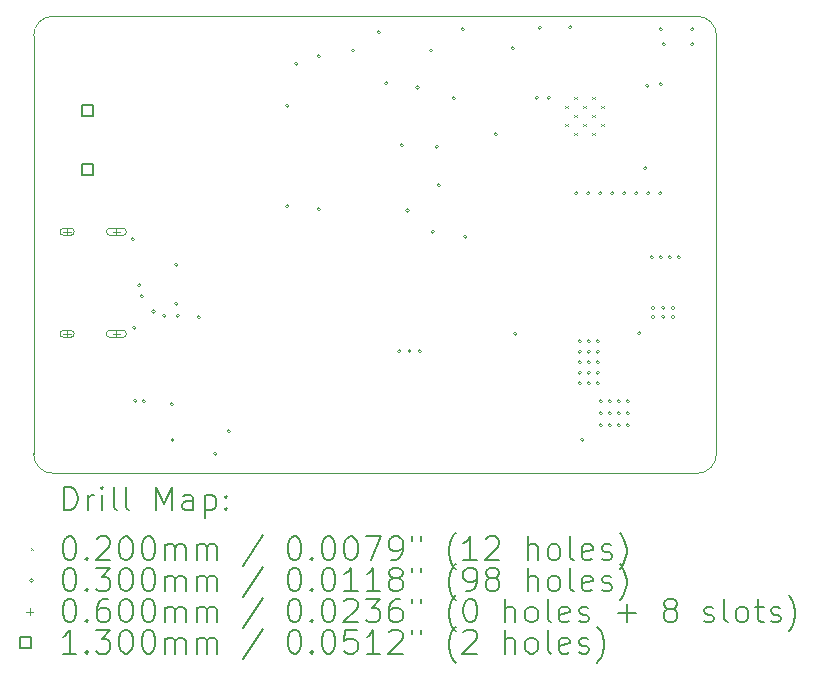
<source format=gbr>
%TF.GenerationSoftware,KiCad,Pcbnew,9.0.5*%
%TF.CreationDate,2025-10-24T16:35:53+02:00*%
%TF.ProjectId,Mini-EMS-ESP,4d696e69-2d45-44d5-932d-4553502e6b69,rev?*%
%TF.SameCoordinates,Original*%
%TF.FileFunction,Drillmap*%
%TF.FilePolarity,Positive*%
%FSLAX45Y45*%
G04 Gerber Fmt 4.5, Leading zero omitted, Abs format (unit mm)*
G04 Created by KiCad (PCBNEW 9.0.5) date 2025-10-24 16:35:53*
%MOMM*%
%LPD*%
G01*
G04 APERTURE LIST*
%ADD10C,0.050000*%
%ADD11C,0.200000*%
%ADD12C,0.100000*%
%ADD13C,0.130000*%
G04 APERTURE END LIST*
D10*
X7099538Y-8781730D02*
G75*
G02*
X7264617Y-8614007I165082J2620D01*
G01*
X7265433Y-8614009D02*
X12713569Y-8614030D01*
X7099521Y-12319629D02*
X7099538Y-8781730D01*
X7267238Y-12484708D02*
G75*
G02*
X7099521Y-12319629I-2618J165078D01*
G01*
X12716188Y-12485127D02*
X7267238Y-12484708D01*
X12713568Y-8614030D02*
G75*
G02*
X12881291Y-8779109I2622J-165080D01*
G01*
X12881288Y-8779981D02*
X12881267Y-12317406D01*
X12881267Y-12317406D02*
G75*
G02*
X12716188Y-12485128I-165078J-2624D01*
G01*
D11*
D12*
X11600900Y-9372650D02*
X11620900Y-9392650D01*
X11620900Y-9372650D02*
X11600900Y-9392650D01*
X11600900Y-9525150D02*
X11620900Y-9545150D01*
X11620900Y-9525150D02*
X11600900Y-9545150D01*
X11677150Y-9296400D02*
X11697150Y-9316400D01*
X11697150Y-9296400D02*
X11677150Y-9316400D01*
X11677150Y-9448900D02*
X11697150Y-9468900D01*
X11697150Y-9448900D02*
X11677150Y-9468900D01*
X11677150Y-9601400D02*
X11697150Y-9621400D01*
X11697150Y-9601400D02*
X11677150Y-9621400D01*
X11753400Y-9372650D02*
X11773400Y-9392650D01*
X11773400Y-9372650D02*
X11753400Y-9392650D01*
X11753400Y-9525150D02*
X11773400Y-9545150D01*
X11773400Y-9525150D02*
X11753400Y-9545150D01*
X11829650Y-9296400D02*
X11849650Y-9316400D01*
X11849650Y-9296400D02*
X11829650Y-9316400D01*
X11829650Y-9448900D02*
X11849650Y-9468900D01*
X11849650Y-9448900D02*
X11829650Y-9468900D01*
X11829650Y-9601400D02*
X11849650Y-9621400D01*
X11849650Y-9601400D02*
X11829650Y-9621400D01*
X11905900Y-9372650D02*
X11925900Y-9392650D01*
X11925900Y-9372650D02*
X11905900Y-9392650D01*
X11905900Y-9525150D02*
X11925900Y-9545150D01*
X11925900Y-9525150D02*
X11905900Y-9545150D01*
X7952500Y-10502900D02*
G75*
G02*
X7922500Y-10502900I-15000J0D01*
G01*
X7922500Y-10502900D02*
G75*
G02*
X7952500Y-10502900I15000J0D01*
G01*
X7965200Y-11252200D02*
G75*
G02*
X7935200Y-11252200I-15000J0D01*
G01*
X7935200Y-11252200D02*
G75*
G02*
X7965200Y-11252200I15000J0D01*
G01*
X7975360Y-11871960D02*
G75*
G02*
X7945360Y-11871960I-15000J0D01*
G01*
X7945360Y-11871960D02*
G75*
G02*
X7975360Y-11871960I15000J0D01*
G01*
X8009700Y-10891300D02*
G75*
G02*
X7979700Y-10891300I-15000J0D01*
G01*
X7979700Y-10891300D02*
G75*
G02*
X8009700Y-10891300I15000J0D01*
G01*
X8028700Y-10985500D02*
G75*
G02*
X7998700Y-10985500I-15000J0D01*
G01*
X7998700Y-10985500D02*
G75*
G02*
X8028700Y-10985500I15000J0D01*
G01*
X8048043Y-11873523D02*
G75*
G02*
X8018043Y-11873523I-15000J0D01*
G01*
X8018043Y-11873523D02*
G75*
G02*
X8048043Y-11873523I15000J0D01*
G01*
X8130300Y-11114200D02*
G75*
G02*
X8100300Y-11114200I-15000J0D01*
G01*
X8100300Y-11114200D02*
G75*
G02*
X8130300Y-11114200I15000J0D01*
G01*
X8219200Y-11150600D02*
G75*
G02*
X8189200Y-11150600I-15000J0D01*
G01*
X8189200Y-11150600D02*
G75*
G02*
X8219200Y-11150600I15000J0D01*
G01*
X8282700Y-11899900D02*
G75*
G02*
X8252700Y-11899900I-15000J0D01*
G01*
X8252700Y-11899900D02*
G75*
G02*
X8282700Y-11899900I15000J0D01*
G01*
X8290320Y-12202160D02*
G75*
G02*
X8260320Y-12202160I-15000J0D01*
G01*
X8260320Y-12202160D02*
G75*
G02*
X8290320Y-12202160I15000J0D01*
G01*
X8320800Y-10718800D02*
G75*
G02*
X8290800Y-10718800I-15000J0D01*
G01*
X8290800Y-10718800D02*
G75*
G02*
X8320800Y-10718800I15000J0D01*
G01*
X8320800Y-11049000D02*
G75*
G02*
X8290800Y-11049000I-15000J0D01*
G01*
X8290800Y-11049000D02*
G75*
G02*
X8320800Y-11049000I15000J0D01*
G01*
X8333500Y-11150600D02*
G75*
G02*
X8303500Y-11150600I-15000J0D01*
G01*
X8303500Y-11150600D02*
G75*
G02*
X8333500Y-11150600I15000J0D01*
G01*
X8511300Y-11163300D02*
G75*
G02*
X8481300Y-11163300I-15000J0D01*
G01*
X8481300Y-11163300D02*
G75*
G02*
X8511300Y-11163300I15000J0D01*
G01*
X8651000Y-12319000D02*
G75*
G02*
X8621000Y-12319000I-15000J0D01*
G01*
X8621000Y-12319000D02*
G75*
G02*
X8651000Y-12319000I15000J0D01*
G01*
X8765300Y-12128500D02*
G75*
G02*
X8735300Y-12128500I-15000J0D01*
G01*
X8735300Y-12128500D02*
G75*
G02*
X8765300Y-12128500I15000J0D01*
G01*
X9260600Y-9372600D02*
G75*
G02*
X9230600Y-9372600I-15000J0D01*
G01*
X9230600Y-9372600D02*
G75*
G02*
X9260600Y-9372600I15000J0D01*
G01*
X9260600Y-10223500D02*
G75*
G02*
X9230600Y-10223500I-15000J0D01*
G01*
X9230600Y-10223500D02*
G75*
G02*
X9260600Y-10223500I15000J0D01*
G01*
X9336800Y-9017000D02*
G75*
G02*
X9306800Y-9017000I-15000J0D01*
G01*
X9306800Y-9017000D02*
G75*
G02*
X9336800Y-9017000I15000J0D01*
G01*
X9527300Y-8953500D02*
G75*
G02*
X9497300Y-8953500I-15000J0D01*
G01*
X9497300Y-8953500D02*
G75*
G02*
X9527300Y-8953500I15000J0D01*
G01*
X9527300Y-10248900D02*
G75*
G02*
X9497300Y-10248900I-15000J0D01*
G01*
X9497300Y-10248900D02*
G75*
G02*
X9527300Y-10248900I15000J0D01*
G01*
X9819400Y-8905240D02*
G75*
G02*
X9789400Y-8905240I-15000J0D01*
G01*
X9789400Y-8905240D02*
G75*
G02*
X9819400Y-8905240I15000J0D01*
G01*
X10035300Y-8750300D02*
G75*
G02*
X10005300Y-8750300I-15000J0D01*
G01*
X10005300Y-8750300D02*
G75*
G02*
X10035300Y-8750300I15000J0D01*
G01*
X10098800Y-9182100D02*
G75*
G02*
X10068800Y-9182100I-15000J0D01*
G01*
X10068800Y-9182100D02*
G75*
G02*
X10098800Y-9182100I15000J0D01*
G01*
X10210344Y-11450173D02*
G75*
G02*
X10180344Y-11450173I-15000J0D01*
G01*
X10180344Y-11450173D02*
G75*
G02*
X10210344Y-11450173I15000J0D01*
G01*
X10230880Y-9707880D02*
G75*
G02*
X10200880Y-9707880I-15000J0D01*
G01*
X10200880Y-9707880D02*
G75*
G02*
X10230880Y-9707880I15000J0D01*
G01*
X10281680Y-10259250D02*
G75*
G02*
X10251680Y-10259250I-15000J0D01*
G01*
X10251680Y-10259250D02*
G75*
G02*
X10281680Y-10259250I15000J0D01*
G01*
X10296511Y-11450173D02*
G75*
G02*
X10266511Y-11450173I-15000J0D01*
G01*
X10266511Y-11450173D02*
G75*
G02*
X10296511Y-11450173I15000J0D01*
G01*
X10365500Y-9218500D02*
G75*
G02*
X10335500Y-9218500I-15000J0D01*
G01*
X10335500Y-9218500D02*
G75*
G02*
X10365500Y-9218500I15000J0D01*
G01*
X10383280Y-11450320D02*
G75*
G02*
X10353280Y-11450320I-15000J0D01*
G01*
X10353280Y-11450320D02*
G75*
G02*
X10383280Y-11450320I15000J0D01*
G01*
X10479800Y-8905240D02*
G75*
G02*
X10449800Y-8905240I-15000J0D01*
G01*
X10449800Y-8905240D02*
G75*
G02*
X10479800Y-8905240I15000J0D01*
G01*
X10492500Y-10439400D02*
G75*
G02*
X10462500Y-10439400I-15000J0D01*
G01*
X10462500Y-10439400D02*
G75*
G02*
X10492500Y-10439400I15000J0D01*
G01*
X10527300Y-9718800D02*
G75*
G02*
X10497300Y-9718800I-15000J0D01*
G01*
X10497300Y-9718800D02*
G75*
G02*
X10527300Y-9718800I15000J0D01*
G01*
X10543300Y-10045700D02*
G75*
G02*
X10513300Y-10045700I-15000J0D01*
G01*
X10513300Y-10045700D02*
G75*
G02*
X10543300Y-10045700I15000J0D01*
G01*
X10670300Y-9309100D02*
G75*
G02*
X10640300Y-9309100I-15000J0D01*
G01*
X10640300Y-9309100D02*
G75*
G02*
X10670300Y-9309100I15000J0D01*
G01*
X10746500Y-8724900D02*
G75*
G02*
X10716500Y-8724900I-15000J0D01*
G01*
X10716500Y-8724900D02*
G75*
G02*
X10746500Y-8724900I15000J0D01*
G01*
X10769360Y-10480040D02*
G75*
G02*
X10739360Y-10480040I-15000J0D01*
G01*
X10739360Y-10480040D02*
G75*
G02*
X10769360Y-10480040I15000J0D01*
G01*
X11025900Y-9613900D02*
G75*
G02*
X10995900Y-9613900I-15000J0D01*
G01*
X10995900Y-9613900D02*
G75*
G02*
X11025900Y-9613900I15000J0D01*
G01*
X11170680Y-8884920D02*
G75*
G02*
X11140680Y-8884920I-15000J0D01*
G01*
X11140680Y-8884920D02*
G75*
G02*
X11170680Y-8884920I15000J0D01*
G01*
X11191000Y-11303000D02*
G75*
G02*
X11161000Y-11303000I-15000J0D01*
G01*
X11161000Y-11303000D02*
G75*
G02*
X11191000Y-11303000I15000J0D01*
G01*
X11373880Y-9304020D02*
G75*
G02*
X11343880Y-9304020I-15000J0D01*
G01*
X11343880Y-9304020D02*
G75*
G02*
X11373880Y-9304020I15000J0D01*
G01*
X11399280Y-8712200D02*
G75*
G02*
X11369280Y-8712200I-15000J0D01*
G01*
X11369280Y-8712200D02*
G75*
G02*
X11399280Y-8712200I15000J0D01*
G01*
X11475480Y-9304020D02*
G75*
G02*
X11445480Y-9304020I-15000J0D01*
G01*
X11445480Y-9304020D02*
G75*
G02*
X11475480Y-9304020I15000J0D01*
G01*
X11658360Y-8707120D02*
G75*
G02*
X11628360Y-8707120I-15000J0D01*
G01*
X11628360Y-8707120D02*
G75*
G02*
X11658360Y-8707120I15000J0D01*
G01*
X11708930Y-10113851D02*
G75*
G02*
X11678930Y-10113851I-15000J0D01*
G01*
X11678930Y-10113851D02*
G75*
G02*
X11708930Y-10113851I15000J0D01*
G01*
X11737100Y-11366500D02*
G75*
G02*
X11707100Y-11366500I-15000J0D01*
G01*
X11707100Y-11366500D02*
G75*
G02*
X11737100Y-11366500I15000J0D01*
G01*
X11737100Y-11455400D02*
G75*
G02*
X11707100Y-11455400I-15000J0D01*
G01*
X11707100Y-11455400D02*
G75*
G02*
X11737100Y-11455400I15000J0D01*
G01*
X11737100Y-11544300D02*
G75*
G02*
X11707100Y-11544300I-15000J0D01*
G01*
X11707100Y-11544300D02*
G75*
G02*
X11737100Y-11544300I15000J0D01*
G01*
X11737100Y-11633200D02*
G75*
G02*
X11707100Y-11633200I-15000J0D01*
G01*
X11707100Y-11633200D02*
G75*
G02*
X11737100Y-11633200I15000J0D01*
G01*
X11737100Y-11722100D02*
G75*
G02*
X11707100Y-11722100I-15000J0D01*
G01*
X11707100Y-11722100D02*
G75*
G02*
X11737100Y-11722100I15000J0D01*
G01*
X11759960Y-12202160D02*
G75*
G02*
X11729960Y-12202160I-15000J0D01*
G01*
X11729960Y-12202160D02*
G75*
G02*
X11759960Y-12202160I15000J0D01*
G01*
X11810530Y-10113851D02*
G75*
G02*
X11780530Y-10113851I-15000J0D01*
G01*
X11780530Y-10113851D02*
G75*
G02*
X11810530Y-10113851I15000J0D01*
G01*
X11813300Y-11366500D02*
G75*
G02*
X11783300Y-11366500I-15000J0D01*
G01*
X11783300Y-11366500D02*
G75*
G02*
X11813300Y-11366500I15000J0D01*
G01*
X11813300Y-11455400D02*
G75*
G02*
X11783300Y-11455400I-15000J0D01*
G01*
X11783300Y-11455400D02*
G75*
G02*
X11813300Y-11455400I15000J0D01*
G01*
X11813300Y-11544300D02*
G75*
G02*
X11783300Y-11544300I-15000J0D01*
G01*
X11783300Y-11544300D02*
G75*
G02*
X11813300Y-11544300I15000J0D01*
G01*
X11813300Y-11633200D02*
G75*
G02*
X11783300Y-11633200I-15000J0D01*
G01*
X11783300Y-11633200D02*
G75*
G02*
X11813300Y-11633200I15000J0D01*
G01*
X11813300Y-11722100D02*
G75*
G02*
X11783300Y-11722100I-15000J0D01*
G01*
X11783300Y-11722100D02*
G75*
G02*
X11813300Y-11722100I15000J0D01*
G01*
X11889500Y-11366500D02*
G75*
G02*
X11859500Y-11366500I-15000J0D01*
G01*
X11859500Y-11366500D02*
G75*
G02*
X11889500Y-11366500I15000J0D01*
G01*
X11889500Y-11455400D02*
G75*
G02*
X11859500Y-11455400I-15000J0D01*
G01*
X11859500Y-11455400D02*
G75*
G02*
X11889500Y-11455400I15000J0D01*
G01*
X11889500Y-11544300D02*
G75*
G02*
X11859500Y-11544300I-15000J0D01*
G01*
X11859500Y-11544300D02*
G75*
G02*
X11889500Y-11544300I15000J0D01*
G01*
X11889500Y-11633200D02*
G75*
G02*
X11859500Y-11633200I-15000J0D01*
G01*
X11859500Y-11633200D02*
G75*
G02*
X11889500Y-11633200I15000J0D01*
G01*
X11889500Y-11722100D02*
G75*
G02*
X11859500Y-11722100I-15000J0D01*
G01*
X11859500Y-11722100D02*
G75*
G02*
X11889500Y-11722100I15000J0D01*
G01*
X11912360Y-10114280D02*
G75*
G02*
X11882360Y-10114280I-15000J0D01*
G01*
X11882360Y-10114280D02*
G75*
G02*
X11912360Y-10114280I15000J0D01*
G01*
X11914900Y-11874500D02*
G75*
G02*
X11884900Y-11874500I-15000J0D01*
G01*
X11884900Y-11874500D02*
G75*
G02*
X11914900Y-11874500I15000J0D01*
G01*
X11914900Y-11976100D02*
G75*
G02*
X11884900Y-11976100I-15000J0D01*
G01*
X11884900Y-11976100D02*
G75*
G02*
X11914900Y-11976100I15000J0D01*
G01*
X11914900Y-12077700D02*
G75*
G02*
X11884900Y-12077700I-15000J0D01*
G01*
X11884900Y-12077700D02*
G75*
G02*
X11914900Y-12077700I15000J0D01*
G01*
X11991100Y-11874500D02*
G75*
G02*
X11961100Y-11874500I-15000J0D01*
G01*
X11961100Y-11874500D02*
G75*
G02*
X11991100Y-11874500I15000J0D01*
G01*
X11991100Y-11976100D02*
G75*
G02*
X11961100Y-11976100I-15000J0D01*
G01*
X11961100Y-11976100D02*
G75*
G02*
X11991100Y-11976100I15000J0D01*
G01*
X11991100Y-12077700D02*
G75*
G02*
X11961100Y-12077700I-15000J0D01*
G01*
X11961100Y-12077700D02*
G75*
G02*
X11991100Y-12077700I15000J0D01*
G01*
X12013960Y-10114280D02*
G75*
G02*
X11983960Y-10114280I-15000J0D01*
G01*
X11983960Y-10114280D02*
G75*
G02*
X12013960Y-10114280I15000J0D01*
G01*
X12067300Y-11874500D02*
G75*
G02*
X12037300Y-11874500I-15000J0D01*
G01*
X12037300Y-11874500D02*
G75*
G02*
X12067300Y-11874500I15000J0D01*
G01*
X12067300Y-11976100D02*
G75*
G02*
X12037300Y-11976100I-15000J0D01*
G01*
X12037300Y-11976100D02*
G75*
G02*
X12067300Y-11976100I15000J0D01*
G01*
X12067300Y-12077700D02*
G75*
G02*
X12037300Y-12077700I-15000J0D01*
G01*
X12037300Y-12077700D02*
G75*
G02*
X12067300Y-12077700I15000J0D01*
G01*
X12115560Y-10114280D02*
G75*
G02*
X12085560Y-10114280I-15000J0D01*
G01*
X12085560Y-10114280D02*
G75*
G02*
X12115560Y-10114280I15000J0D01*
G01*
X12143500Y-11874500D02*
G75*
G02*
X12113500Y-11874500I-15000J0D01*
G01*
X12113500Y-11874500D02*
G75*
G02*
X12143500Y-11874500I15000J0D01*
G01*
X12143500Y-11976100D02*
G75*
G02*
X12113500Y-11976100I-15000J0D01*
G01*
X12113500Y-11976100D02*
G75*
G02*
X12143500Y-11976100I15000J0D01*
G01*
X12143500Y-12077700D02*
G75*
G02*
X12113500Y-12077700I-15000J0D01*
G01*
X12113500Y-12077700D02*
G75*
G02*
X12143500Y-12077700I15000J0D01*
G01*
X12217160Y-10114280D02*
G75*
G02*
X12187160Y-10114280I-15000J0D01*
G01*
X12187160Y-10114280D02*
G75*
G02*
X12217160Y-10114280I15000J0D01*
G01*
X12242560Y-11297920D02*
G75*
G02*
X12212560Y-11297920I-15000J0D01*
G01*
X12212560Y-11297920D02*
G75*
G02*
X12242560Y-11297920I15000J0D01*
G01*
X12293360Y-9900920D02*
G75*
G02*
X12263360Y-9900920I-15000J0D01*
G01*
X12263360Y-9900920D02*
G75*
G02*
X12293360Y-9900920I15000J0D01*
G01*
X12308600Y-9202500D02*
G75*
G02*
X12278600Y-9202500I-15000J0D01*
G01*
X12278600Y-9202500D02*
G75*
G02*
X12308600Y-9202500I15000J0D01*
G01*
X12318760Y-10114280D02*
G75*
G02*
X12288760Y-10114280I-15000J0D01*
G01*
X12288760Y-10114280D02*
G75*
G02*
X12318760Y-10114280I15000J0D01*
G01*
X12346700Y-10655300D02*
G75*
G02*
X12316700Y-10655300I-15000J0D01*
G01*
X12316700Y-10655300D02*
G75*
G02*
X12346700Y-10655300I15000J0D01*
G01*
X12359400Y-11084560D02*
G75*
G02*
X12329400Y-11084560I-15000J0D01*
G01*
X12329400Y-11084560D02*
G75*
G02*
X12359400Y-11084560I15000J0D01*
G01*
X12359400Y-11160760D02*
G75*
G02*
X12329400Y-11160760I-15000J0D01*
G01*
X12329400Y-11160760D02*
G75*
G02*
X12359400Y-11160760I15000J0D01*
G01*
X12420360Y-10114280D02*
G75*
G02*
X12390360Y-10114280I-15000J0D01*
G01*
X12390360Y-10114280D02*
G75*
G02*
X12420360Y-10114280I15000J0D01*
G01*
X12422900Y-8724900D02*
G75*
G02*
X12392900Y-8724900I-15000J0D01*
G01*
X12392900Y-8724900D02*
G75*
G02*
X12422900Y-8724900I15000J0D01*
G01*
X12422900Y-10655300D02*
G75*
G02*
X12392900Y-10655300I-15000J0D01*
G01*
X12392900Y-10655300D02*
G75*
G02*
X12422900Y-10655300I15000J0D01*
G01*
X12425440Y-9189720D02*
G75*
G02*
X12395440Y-9189720I-15000J0D01*
G01*
X12395440Y-9189720D02*
G75*
G02*
X12425440Y-9189720I15000J0D01*
G01*
X12445760Y-11084560D02*
G75*
G02*
X12415760Y-11084560I-15000J0D01*
G01*
X12415760Y-11084560D02*
G75*
G02*
X12445760Y-11084560I15000J0D01*
G01*
X12445760Y-11160760D02*
G75*
G02*
X12415760Y-11160760I-15000J0D01*
G01*
X12415760Y-11160760D02*
G75*
G02*
X12445760Y-11160760I15000J0D01*
G01*
X12448300Y-8851900D02*
G75*
G02*
X12418300Y-8851900I-15000J0D01*
G01*
X12418300Y-8851900D02*
G75*
G02*
X12448300Y-8851900I15000J0D01*
G01*
X12499100Y-10655300D02*
G75*
G02*
X12469100Y-10655300I-15000J0D01*
G01*
X12469100Y-10655300D02*
G75*
G02*
X12499100Y-10655300I15000J0D01*
G01*
X12527040Y-11084560D02*
G75*
G02*
X12497040Y-11084560I-15000J0D01*
G01*
X12497040Y-11084560D02*
G75*
G02*
X12527040Y-11084560I15000J0D01*
G01*
X12527040Y-11160760D02*
G75*
G02*
X12497040Y-11160760I-15000J0D01*
G01*
X12497040Y-11160760D02*
G75*
G02*
X12527040Y-11160760I15000J0D01*
G01*
X12575300Y-10655300D02*
G75*
G02*
X12545300Y-10655300I-15000J0D01*
G01*
X12545300Y-10655300D02*
G75*
G02*
X12575300Y-10655300I15000J0D01*
G01*
X12689600Y-8724900D02*
G75*
G02*
X12659600Y-8724900I-15000J0D01*
G01*
X12659600Y-8724900D02*
G75*
G02*
X12689600Y-8724900I15000J0D01*
G01*
X12689600Y-8851900D02*
G75*
G02*
X12659600Y-8851900I-15000J0D01*
G01*
X12659600Y-8851900D02*
G75*
G02*
X12689600Y-8851900I15000J0D01*
G01*
X7382600Y-10409200D02*
X7382600Y-10469200D01*
X7352600Y-10439200D02*
X7412600Y-10439200D01*
X7352600Y-10469200D02*
X7412600Y-10469200D01*
X7412600Y-10409200D02*
G75*
G02*
X7412600Y-10469200I0J-30000D01*
G01*
X7412600Y-10409200D02*
X7352600Y-10409200D01*
X7352600Y-10409200D02*
G75*
G03*
X7352600Y-10469200I0J-30000D01*
G01*
X7382600Y-10409200D02*
X7382600Y-10469200D01*
X7352600Y-10439200D02*
X7412600Y-10439200D01*
X7412600Y-10409200D02*
X7352600Y-10409200D01*
X7352600Y-10469200D02*
G75*
G02*
X7352600Y-10409200I0J30000D01*
G01*
X7352600Y-10469200D02*
X7412600Y-10469200D01*
X7412600Y-10469200D02*
G75*
G03*
X7412600Y-10409200I0J30000D01*
G01*
X7382600Y-11273200D02*
X7382600Y-11333200D01*
X7352600Y-11303200D02*
X7412600Y-11303200D01*
X7352600Y-11333200D02*
X7412600Y-11333200D01*
X7412600Y-11273200D02*
G75*
G02*
X7412600Y-11333200I0J-30000D01*
G01*
X7412600Y-11273200D02*
X7352600Y-11273200D01*
X7352600Y-11273200D02*
G75*
G03*
X7352600Y-11333200I0J-30000D01*
G01*
X7382600Y-11273200D02*
X7382600Y-11333200D01*
X7352600Y-11303200D02*
X7412600Y-11303200D01*
X7412600Y-11273200D02*
X7352600Y-11273200D01*
X7352600Y-11333200D02*
G75*
G02*
X7352600Y-11273200I0J30000D01*
G01*
X7352600Y-11333200D02*
X7412600Y-11333200D01*
X7412600Y-11333200D02*
G75*
G03*
X7412600Y-11273200I0J30000D01*
G01*
X7800600Y-10409200D02*
X7800600Y-10469200D01*
X7770600Y-10439200D02*
X7830600Y-10439200D01*
X7745600Y-10469200D02*
X7855600Y-10469200D01*
X7855600Y-10409200D02*
G75*
G02*
X7855600Y-10469200I0J-30000D01*
G01*
X7855600Y-10409200D02*
X7745600Y-10409200D01*
X7745600Y-10409200D02*
G75*
G03*
X7745600Y-10469200I0J-30000D01*
G01*
X7800600Y-10409200D02*
X7800600Y-10469200D01*
X7770600Y-10439200D02*
X7830600Y-10439200D01*
X7855600Y-10409200D02*
X7745600Y-10409200D01*
X7745600Y-10469200D02*
G75*
G02*
X7745600Y-10409200I0J30000D01*
G01*
X7745600Y-10469200D02*
X7855600Y-10469200D01*
X7855600Y-10469200D02*
G75*
G03*
X7855600Y-10409200I0J30000D01*
G01*
X7800600Y-11273200D02*
X7800600Y-11333200D01*
X7770600Y-11303200D02*
X7830600Y-11303200D01*
X7855600Y-11273200D02*
X7745600Y-11273200D01*
X7745600Y-11333200D02*
G75*
G02*
X7745600Y-11273200I0J30000D01*
G01*
X7745600Y-11333200D02*
X7855600Y-11333200D01*
X7855600Y-11333200D02*
G75*
G03*
X7855600Y-11273200I0J30000D01*
G01*
X7800600Y-11273200D02*
X7800600Y-11333200D01*
X7770600Y-11303200D02*
X7830600Y-11303200D01*
X7745600Y-11333200D02*
X7855600Y-11333200D01*
X7855600Y-11273200D02*
G75*
G02*
X7855600Y-11333200I0J-30000D01*
G01*
X7855600Y-11273200D02*
X7745600Y-11273200D01*
X7745600Y-11273200D02*
G75*
G03*
X7745600Y-11333200I0J-30000D01*
G01*
D13*
X7605002Y-9459562D02*
X7605002Y-9367638D01*
X7513078Y-9367638D01*
X7513078Y-9459562D01*
X7605002Y-9459562D01*
X7605002Y-9959562D02*
X7605002Y-9867638D01*
X7513078Y-9867638D01*
X7513078Y-9959562D01*
X7605002Y-9959562D01*
D11*
X7357794Y-12799112D02*
X7357794Y-12599112D01*
X7357794Y-12599112D02*
X7405413Y-12599112D01*
X7405413Y-12599112D02*
X7433985Y-12608636D01*
X7433985Y-12608636D02*
X7453032Y-12627683D01*
X7453032Y-12627683D02*
X7462556Y-12646731D01*
X7462556Y-12646731D02*
X7472080Y-12684826D01*
X7472080Y-12684826D02*
X7472080Y-12713398D01*
X7472080Y-12713398D02*
X7462556Y-12751493D01*
X7462556Y-12751493D02*
X7453032Y-12770541D01*
X7453032Y-12770541D02*
X7433985Y-12789588D01*
X7433985Y-12789588D02*
X7405413Y-12799112D01*
X7405413Y-12799112D02*
X7357794Y-12799112D01*
X7557794Y-12799112D02*
X7557794Y-12665779D01*
X7557794Y-12703874D02*
X7567318Y-12684826D01*
X7567318Y-12684826D02*
X7576842Y-12675302D01*
X7576842Y-12675302D02*
X7595889Y-12665779D01*
X7595889Y-12665779D02*
X7614937Y-12665779D01*
X7681604Y-12799112D02*
X7681604Y-12665779D01*
X7681604Y-12599112D02*
X7672080Y-12608636D01*
X7672080Y-12608636D02*
X7681604Y-12618160D01*
X7681604Y-12618160D02*
X7691127Y-12608636D01*
X7691127Y-12608636D02*
X7681604Y-12599112D01*
X7681604Y-12599112D02*
X7681604Y-12618160D01*
X7805413Y-12799112D02*
X7786365Y-12789588D01*
X7786365Y-12789588D02*
X7776842Y-12770541D01*
X7776842Y-12770541D02*
X7776842Y-12599112D01*
X7910175Y-12799112D02*
X7891127Y-12789588D01*
X7891127Y-12789588D02*
X7881604Y-12770541D01*
X7881604Y-12770541D02*
X7881604Y-12599112D01*
X8138746Y-12799112D02*
X8138746Y-12599112D01*
X8138746Y-12599112D02*
X8205413Y-12741969D01*
X8205413Y-12741969D02*
X8272080Y-12599112D01*
X8272080Y-12599112D02*
X8272080Y-12799112D01*
X8453032Y-12799112D02*
X8453032Y-12694350D01*
X8453032Y-12694350D02*
X8443508Y-12675302D01*
X8443508Y-12675302D02*
X8424461Y-12665779D01*
X8424461Y-12665779D02*
X8386365Y-12665779D01*
X8386365Y-12665779D02*
X8367318Y-12675302D01*
X8453032Y-12789588D02*
X8433985Y-12799112D01*
X8433985Y-12799112D02*
X8386365Y-12799112D01*
X8386365Y-12799112D02*
X8367318Y-12789588D01*
X8367318Y-12789588D02*
X8357794Y-12770541D01*
X8357794Y-12770541D02*
X8357794Y-12751493D01*
X8357794Y-12751493D02*
X8367318Y-12732445D01*
X8367318Y-12732445D02*
X8386365Y-12722922D01*
X8386365Y-12722922D02*
X8433985Y-12722922D01*
X8433985Y-12722922D02*
X8453032Y-12713398D01*
X8548270Y-12665779D02*
X8548270Y-12865779D01*
X8548270Y-12675302D02*
X8567318Y-12665779D01*
X8567318Y-12665779D02*
X8605413Y-12665779D01*
X8605413Y-12665779D02*
X8624461Y-12675302D01*
X8624461Y-12675302D02*
X8633985Y-12684826D01*
X8633985Y-12684826D02*
X8643508Y-12703874D01*
X8643508Y-12703874D02*
X8643508Y-12761017D01*
X8643508Y-12761017D02*
X8633985Y-12780064D01*
X8633985Y-12780064D02*
X8624461Y-12789588D01*
X8624461Y-12789588D02*
X8605413Y-12799112D01*
X8605413Y-12799112D02*
X8567318Y-12799112D01*
X8567318Y-12799112D02*
X8548270Y-12789588D01*
X8729223Y-12780064D02*
X8738747Y-12789588D01*
X8738747Y-12789588D02*
X8729223Y-12799112D01*
X8729223Y-12799112D02*
X8719699Y-12789588D01*
X8719699Y-12789588D02*
X8729223Y-12780064D01*
X8729223Y-12780064D02*
X8729223Y-12799112D01*
X8729223Y-12675302D02*
X8738747Y-12684826D01*
X8738747Y-12684826D02*
X8729223Y-12694350D01*
X8729223Y-12694350D02*
X8719699Y-12684826D01*
X8719699Y-12684826D02*
X8729223Y-12675302D01*
X8729223Y-12675302D02*
X8729223Y-12694350D01*
D12*
X7077017Y-13117628D02*
X7097017Y-13137628D01*
X7097017Y-13117628D02*
X7077017Y-13137628D01*
D11*
X7395889Y-13019112D02*
X7414937Y-13019112D01*
X7414937Y-13019112D02*
X7433985Y-13028636D01*
X7433985Y-13028636D02*
X7443508Y-13038160D01*
X7443508Y-13038160D02*
X7453032Y-13057207D01*
X7453032Y-13057207D02*
X7462556Y-13095302D01*
X7462556Y-13095302D02*
X7462556Y-13142922D01*
X7462556Y-13142922D02*
X7453032Y-13181017D01*
X7453032Y-13181017D02*
X7443508Y-13200064D01*
X7443508Y-13200064D02*
X7433985Y-13209588D01*
X7433985Y-13209588D02*
X7414937Y-13219112D01*
X7414937Y-13219112D02*
X7395889Y-13219112D01*
X7395889Y-13219112D02*
X7376842Y-13209588D01*
X7376842Y-13209588D02*
X7367318Y-13200064D01*
X7367318Y-13200064D02*
X7357794Y-13181017D01*
X7357794Y-13181017D02*
X7348270Y-13142922D01*
X7348270Y-13142922D02*
X7348270Y-13095302D01*
X7348270Y-13095302D02*
X7357794Y-13057207D01*
X7357794Y-13057207D02*
X7367318Y-13038160D01*
X7367318Y-13038160D02*
X7376842Y-13028636D01*
X7376842Y-13028636D02*
X7395889Y-13019112D01*
X7548270Y-13200064D02*
X7557794Y-13209588D01*
X7557794Y-13209588D02*
X7548270Y-13219112D01*
X7548270Y-13219112D02*
X7538746Y-13209588D01*
X7538746Y-13209588D02*
X7548270Y-13200064D01*
X7548270Y-13200064D02*
X7548270Y-13219112D01*
X7633985Y-13038160D02*
X7643508Y-13028636D01*
X7643508Y-13028636D02*
X7662556Y-13019112D01*
X7662556Y-13019112D02*
X7710175Y-13019112D01*
X7710175Y-13019112D02*
X7729223Y-13028636D01*
X7729223Y-13028636D02*
X7738746Y-13038160D01*
X7738746Y-13038160D02*
X7748270Y-13057207D01*
X7748270Y-13057207D02*
X7748270Y-13076255D01*
X7748270Y-13076255D02*
X7738746Y-13104826D01*
X7738746Y-13104826D02*
X7624461Y-13219112D01*
X7624461Y-13219112D02*
X7748270Y-13219112D01*
X7872080Y-13019112D02*
X7891127Y-13019112D01*
X7891127Y-13019112D02*
X7910175Y-13028636D01*
X7910175Y-13028636D02*
X7919699Y-13038160D01*
X7919699Y-13038160D02*
X7929223Y-13057207D01*
X7929223Y-13057207D02*
X7938746Y-13095302D01*
X7938746Y-13095302D02*
X7938746Y-13142922D01*
X7938746Y-13142922D02*
X7929223Y-13181017D01*
X7929223Y-13181017D02*
X7919699Y-13200064D01*
X7919699Y-13200064D02*
X7910175Y-13209588D01*
X7910175Y-13209588D02*
X7891127Y-13219112D01*
X7891127Y-13219112D02*
X7872080Y-13219112D01*
X7872080Y-13219112D02*
X7853032Y-13209588D01*
X7853032Y-13209588D02*
X7843508Y-13200064D01*
X7843508Y-13200064D02*
X7833985Y-13181017D01*
X7833985Y-13181017D02*
X7824461Y-13142922D01*
X7824461Y-13142922D02*
X7824461Y-13095302D01*
X7824461Y-13095302D02*
X7833985Y-13057207D01*
X7833985Y-13057207D02*
X7843508Y-13038160D01*
X7843508Y-13038160D02*
X7853032Y-13028636D01*
X7853032Y-13028636D02*
X7872080Y-13019112D01*
X8062556Y-13019112D02*
X8081604Y-13019112D01*
X8081604Y-13019112D02*
X8100651Y-13028636D01*
X8100651Y-13028636D02*
X8110175Y-13038160D01*
X8110175Y-13038160D02*
X8119699Y-13057207D01*
X8119699Y-13057207D02*
X8129223Y-13095302D01*
X8129223Y-13095302D02*
X8129223Y-13142922D01*
X8129223Y-13142922D02*
X8119699Y-13181017D01*
X8119699Y-13181017D02*
X8110175Y-13200064D01*
X8110175Y-13200064D02*
X8100651Y-13209588D01*
X8100651Y-13209588D02*
X8081604Y-13219112D01*
X8081604Y-13219112D02*
X8062556Y-13219112D01*
X8062556Y-13219112D02*
X8043508Y-13209588D01*
X8043508Y-13209588D02*
X8033985Y-13200064D01*
X8033985Y-13200064D02*
X8024461Y-13181017D01*
X8024461Y-13181017D02*
X8014937Y-13142922D01*
X8014937Y-13142922D02*
X8014937Y-13095302D01*
X8014937Y-13095302D02*
X8024461Y-13057207D01*
X8024461Y-13057207D02*
X8033985Y-13038160D01*
X8033985Y-13038160D02*
X8043508Y-13028636D01*
X8043508Y-13028636D02*
X8062556Y-13019112D01*
X8214937Y-13219112D02*
X8214937Y-13085779D01*
X8214937Y-13104826D02*
X8224461Y-13095302D01*
X8224461Y-13095302D02*
X8243508Y-13085779D01*
X8243508Y-13085779D02*
X8272080Y-13085779D01*
X8272080Y-13085779D02*
X8291127Y-13095302D01*
X8291127Y-13095302D02*
X8300651Y-13114350D01*
X8300651Y-13114350D02*
X8300651Y-13219112D01*
X8300651Y-13114350D02*
X8310175Y-13095302D01*
X8310175Y-13095302D02*
X8329223Y-13085779D01*
X8329223Y-13085779D02*
X8357794Y-13085779D01*
X8357794Y-13085779D02*
X8376842Y-13095302D01*
X8376842Y-13095302D02*
X8386366Y-13114350D01*
X8386366Y-13114350D02*
X8386366Y-13219112D01*
X8481604Y-13219112D02*
X8481604Y-13085779D01*
X8481604Y-13104826D02*
X8491128Y-13095302D01*
X8491128Y-13095302D02*
X8510175Y-13085779D01*
X8510175Y-13085779D02*
X8538747Y-13085779D01*
X8538747Y-13085779D02*
X8557794Y-13095302D01*
X8557794Y-13095302D02*
X8567318Y-13114350D01*
X8567318Y-13114350D02*
X8567318Y-13219112D01*
X8567318Y-13114350D02*
X8576842Y-13095302D01*
X8576842Y-13095302D02*
X8595889Y-13085779D01*
X8595889Y-13085779D02*
X8624461Y-13085779D01*
X8624461Y-13085779D02*
X8643509Y-13095302D01*
X8643509Y-13095302D02*
X8653032Y-13114350D01*
X8653032Y-13114350D02*
X8653032Y-13219112D01*
X9043509Y-13009588D02*
X8872080Y-13266731D01*
X9300651Y-13019112D02*
X9319699Y-13019112D01*
X9319699Y-13019112D02*
X9338747Y-13028636D01*
X9338747Y-13028636D02*
X9348271Y-13038160D01*
X9348271Y-13038160D02*
X9357794Y-13057207D01*
X9357794Y-13057207D02*
X9367318Y-13095302D01*
X9367318Y-13095302D02*
X9367318Y-13142922D01*
X9367318Y-13142922D02*
X9357794Y-13181017D01*
X9357794Y-13181017D02*
X9348271Y-13200064D01*
X9348271Y-13200064D02*
X9338747Y-13209588D01*
X9338747Y-13209588D02*
X9319699Y-13219112D01*
X9319699Y-13219112D02*
X9300651Y-13219112D01*
X9300651Y-13219112D02*
X9281604Y-13209588D01*
X9281604Y-13209588D02*
X9272080Y-13200064D01*
X9272080Y-13200064D02*
X9262556Y-13181017D01*
X9262556Y-13181017D02*
X9253032Y-13142922D01*
X9253032Y-13142922D02*
X9253032Y-13095302D01*
X9253032Y-13095302D02*
X9262556Y-13057207D01*
X9262556Y-13057207D02*
X9272080Y-13038160D01*
X9272080Y-13038160D02*
X9281604Y-13028636D01*
X9281604Y-13028636D02*
X9300651Y-13019112D01*
X9453032Y-13200064D02*
X9462556Y-13209588D01*
X9462556Y-13209588D02*
X9453032Y-13219112D01*
X9453032Y-13219112D02*
X9443509Y-13209588D01*
X9443509Y-13209588D02*
X9453032Y-13200064D01*
X9453032Y-13200064D02*
X9453032Y-13219112D01*
X9586366Y-13019112D02*
X9605413Y-13019112D01*
X9605413Y-13019112D02*
X9624461Y-13028636D01*
X9624461Y-13028636D02*
X9633985Y-13038160D01*
X9633985Y-13038160D02*
X9643509Y-13057207D01*
X9643509Y-13057207D02*
X9653032Y-13095302D01*
X9653032Y-13095302D02*
X9653032Y-13142922D01*
X9653032Y-13142922D02*
X9643509Y-13181017D01*
X9643509Y-13181017D02*
X9633985Y-13200064D01*
X9633985Y-13200064D02*
X9624461Y-13209588D01*
X9624461Y-13209588D02*
X9605413Y-13219112D01*
X9605413Y-13219112D02*
X9586366Y-13219112D01*
X9586366Y-13219112D02*
X9567318Y-13209588D01*
X9567318Y-13209588D02*
X9557794Y-13200064D01*
X9557794Y-13200064D02*
X9548271Y-13181017D01*
X9548271Y-13181017D02*
X9538747Y-13142922D01*
X9538747Y-13142922D02*
X9538747Y-13095302D01*
X9538747Y-13095302D02*
X9548271Y-13057207D01*
X9548271Y-13057207D02*
X9557794Y-13038160D01*
X9557794Y-13038160D02*
X9567318Y-13028636D01*
X9567318Y-13028636D02*
X9586366Y-13019112D01*
X9776842Y-13019112D02*
X9795890Y-13019112D01*
X9795890Y-13019112D02*
X9814937Y-13028636D01*
X9814937Y-13028636D02*
X9824461Y-13038160D01*
X9824461Y-13038160D02*
X9833985Y-13057207D01*
X9833985Y-13057207D02*
X9843509Y-13095302D01*
X9843509Y-13095302D02*
X9843509Y-13142922D01*
X9843509Y-13142922D02*
X9833985Y-13181017D01*
X9833985Y-13181017D02*
X9824461Y-13200064D01*
X9824461Y-13200064D02*
X9814937Y-13209588D01*
X9814937Y-13209588D02*
X9795890Y-13219112D01*
X9795890Y-13219112D02*
X9776842Y-13219112D01*
X9776842Y-13219112D02*
X9757794Y-13209588D01*
X9757794Y-13209588D02*
X9748271Y-13200064D01*
X9748271Y-13200064D02*
X9738747Y-13181017D01*
X9738747Y-13181017D02*
X9729223Y-13142922D01*
X9729223Y-13142922D02*
X9729223Y-13095302D01*
X9729223Y-13095302D02*
X9738747Y-13057207D01*
X9738747Y-13057207D02*
X9748271Y-13038160D01*
X9748271Y-13038160D02*
X9757794Y-13028636D01*
X9757794Y-13028636D02*
X9776842Y-13019112D01*
X9910175Y-13019112D02*
X10043509Y-13019112D01*
X10043509Y-13019112D02*
X9957794Y-13219112D01*
X10129223Y-13219112D02*
X10167318Y-13219112D01*
X10167318Y-13219112D02*
X10186366Y-13209588D01*
X10186366Y-13209588D02*
X10195890Y-13200064D01*
X10195890Y-13200064D02*
X10214937Y-13171493D01*
X10214937Y-13171493D02*
X10224461Y-13133398D01*
X10224461Y-13133398D02*
X10224461Y-13057207D01*
X10224461Y-13057207D02*
X10214937Y-13038160D01*
X10214937Y-13038160D02*
X10205413Y-13028636D01*
X10205413Y-13028636D02*
X10186366Y-13019112D01*
X10186366Y-13019112D02*
X10148271Y-13019112D01*
X10148271Y-13019112D02*
X10129223Y-13028636D01*
X10129223Y-13028636D02*
X10119699Y-13038160D01*
X10119699Y-13038160D02*
X10110175Y-13057207D01*
X10110175Y-13057207D02*
X10110175Y-13104826D01*
X10110175Y-13104826D02*
X10119699Y-13123874D01*
X10119699Y-13123874D02*
X10129223Y-13133398D01*
X10129223Y-13133398D02*
X10148271Y-13142922D01*
X10148271Y-13142922D02*
X10186366Y-13142922D01*
X10186366Y-13142922D02*
X10205413Y-13133398D01*
X10205413Y-13133398D02*
X10214937Y-13123874D01*
X10214937Y-13123874D02*
X10224461Y-13104826D01*
X10300652Y-13019112D02*
X10300652Y-13057207D01*
X10376842Y-13019112D02*
X10376842Y-13057207D01*
X10672080Y-13295302D02*
X10662556Y-13285779D01*
X10662556Y-13285779D02*
X10643509Y-13257207D01*
X10643509Y-13257207D02*
X10633985Y-13238160D01*
X10633985Y-13238160D02*
X10624461Y-13209588D01*
X10624461Y-13209588D02*
X10614937Y-13161969D01*
X10614937Y-13161969D02*
X10614937Y-13123874D01*
X10614937Y-13123874D02*
X10624461Y-13076255D01*
X10624461Y-13076255D02*
X10633985Y-13047683D01*
X10633985Y-13047683D02*
X10643509Y-13028636D01*
X10643509Y-13028636D02*
X10662556Y-13000064D01*
X10662556Y-13000064D02*
X10672080Y-12990541D01*
X10853033Y-13219112D02*
X10738747Y-13219112D01*
X10795890Y-13219112D02*
X10795890Y-13019112D01*
X10795890Y-13019112D02*
X10776842Y-13047683D01*
X10776842Y-13047683D02*
X10757794Y-13066731D01*
X10757794Y-13066731D02*
X10738747Y-13076255D01*
X10929223Y-13038160D02*
X10938747Y-13028636D01*
X10938747Y-13028636D02*
X10957794Y-13019112D01*
X10957794Y-13019112D02*
X11005414Y-13019112D01*
X11005414Y-13019112D02*
X11024461Y-13028636D01*
X11024461Y-13028636D02*
X11033985Y-13038160D01*
X11033985Y-13038160D02*
X11043509Y-13057207D01*
X11043509Y-13057207D02*
X11043509Y-13076255D01*
X11043509Y-13076255D02*
X11033985Y-13104826D01*
X11033985Y-13104826D02*
X10919699Y-13219112D01*
X10919699Y-13219112D02*
X11043509Y-13219112D01*
X11281604Y-13219112D02*
X11281604Y-13019112D01*
X11367318Y-13219112D02*
X11367318Y-13114350D01*
X11367318Y-13114350D02*
X11357794Y-13095302D01*
X11357794Y-13095302D02*
X11338747Y-13085779D01*
X11338747Y-13085779D02*
X11310175Y-13085779D01*
X11310175Y-13085779D02*
X11291128Y-13095302D01*
X11291128Y-13095302D02*
X11281604Y-13104826D01*
X11491128Y-13219112D02*
X11472080Y-13209588D01*
X11472080Y-13209588D02*
X11462556Y-13200064D01*
X11462556Y-13200064D02*
X11453033Y-13181017D01*
X11453033Y-13181017D02*
X11453033Y-13123874D01*
X11453033Y-13123874D02*
X11462556Y-13104826D01*
X11462556Y-13104826D02*
X11472080Y-13095302D01*
X11472080Y-13095302D02*
X11491128Y-13085779D01*
X11491128Y-13085779D02*
X11519699Y-13085779D01*
X11519699Y-13085779D02*
X11538747Y-13095302D01*
X11538747Y-13095302D02*
X11548271Y-13104826D01*
X11548271Y-13104826D02*
X11557794Y-13123874D01*
X11557794Y-13123874D02*
X11557794Y-13181017D01*
X11557794Y-13181017D02*
X11548271Y-13200064D01*
X11548271Y-13200064D02*
X11538747Y-13209588D01*
X11538747Y-13209588D02*
X11519699Y-13219112D01*
X11519699Y-13219112D02*
X11491128Y-13219112D01*
X11672080Y-13219112D02*
X11653033Y-13209588D01*
X11653033Y-13209588D02*
X11643509Y-13190541D01*
X11643509Y-13190541D02*
X11643509Y-13019112D01*
X11824461Y-13209588D02*
X11805414Y-13219112D01*
X11805414Y-13219112D02*
X11767318Y-13219112D01*
X11767318Y-13219112D02*
X11748271Y-13209588D01*
X11748271Y-13209588D02*
X11738747Y-13190541D01*
X11738747Y-13190541D02*
X11738747Y-13114350D01*
X11738747Y-13114350D02*
X11748271Y-13095302D01*
X11748271Y-13095302D02*
X11767318Y-13085779D01*
X11767318Y-13085779D02*
X11805414Y-13085779D01*
X11805414Y-13085779D02*
X11824461Y-13095302D01*
X11824461Y-13095302D02*
X11833985Y-13114350D01*
X11833985Y-13114350D02*
X11833985Y-13133398D01*
X11833985Y-13133398D02*
X11738747Y-13152445D01*
X11910175Y-13209588D02*
X11929223Y-13219112D01*
X11929223Y-13219112D02*
X11967318Y-13219112D01*
X11967318Y-13219112D02*
X11986366Y-13209588D01*
X11986366Y-13209588D02*
X11995890Y-13190541D01*
X11995890Y-13190541D02*
X11995890Y-13181017D01*
X11995890Y-13181017D02*
X11986366Y-13161969D01*
X11986366Y-13161969D02*
X11967318Y-13152445D01*
X11967318Y-13152445D02*
X11938747Y-13152445D01*
X11938747Y-13152445D02*
X11919699Y-13142922D01*
X11919699Y-13142922D02*
X11910175Y-13123874D01*
X11910175Y-13123874D02*
X11910175Y-13114350D01*
X11910175Y-13114350D02*
X11919699Y-13095302D01*
X11919699Y-13095302D02*
X11938747Y-13085779D01*
X11938747Y-13085779D02*
X11967318Y-13085779D01*
X11967318Y-13085779D02*
X11986366Y-13095302D01*
X12062556Y-13295302D02*
X12072080Y-13285779D01*
X12072080Y-13285779D02*
X12091128Y-13257207D01*
X12091128Y-13257207D02*
X12100652Y-13238160D01*
X12100652Y-13238160D02*
X12110175Y-13209588D01*
X12110175Y-13209588D02*
X12119699Y-13161969D01*
X12119699Y-13161969D02*
X12119699Y-13123874D01*
X12119699Y-13123874D02*
X12110175Y-13076255D01*
X12110175Y-13076255D02*
X12100652Y-13047683D01*
X12100652Y-13047683D02*
X12091128Y-13028636D01*
X12091128Y-13028636D02*
X12072080Y-13000064D01*
X12072080Y-13000064D02*
X12062556Y-12990541D01*
D12*
X7097017Y-13391628D02*
G75*
G02*
X7067017Y-13391628I-15000J0D01*
G01*
X7067017Y-13391628D02*
G75*
G02*
X7097017Y-13391628I15000J0D01*
G01*
D11*
X7395889Y-13283112D02*
X7414937Y-13283112D01*
X7414937Y-13283112D02*
X7433985Y-13292636D01*
X7433985Y-13292636D02*
X7443508Y-13302160D01*
X7443508Y-13302160D02*
X7453032Y-13321207D01*
X7453032Y-13321207D02*
X7462556Y-13359302D01*
X7462556Y-13359302D02*
X7462556Y-13406922D01*
X7462556Y-13406922D02*
X7453032Y-13445017D01*
X7453032Y-13445017D02*
X7443508Y-13464064D01*
X7443508Y-13464064D02*
X7433985Y-13473588D01*
X7433985Y-13473588D02*
X7414937Y-13483112D01*
X7414937Y-13483112D02*
X7395889Y-13483112D01*
X7395889Y-13483112D02*
X7376842Y-13473588D01*
X7376842Y-13473588D02*
X7367318Y-13464064D01*
X7367318Y-13464064D02*
X7357794Y-13445017D01*
X7357794Y-13445017D02*
X7348270Y-13406922D01*
X7348270Y-13406922D02*
X7348270Y-13359302D01*
X7348270Y-13359302D02*
X7357794Y-13321207D01*
X7357794Y-13321207D02*
X7367318Y-13302160D01*
X7367318Y-13302160D02*
X7376842Y-13292636D01*
X7376842Y-13292636D02*
X7395889Y-13283112D01*
X7548270Y-13464064D02*
X7557794Y-13473588D01*
X7557794Y-13473588D02*
X7548270Y-13483112D01*
X7548270Y-13483112D02*
X7538746Y-13473588D01*
X7538746Y-13473588D02*
X7548270Y-13464064D01*
X7548270Y-13464064D02*
X7548270Y-13483112D01*
X7624461Y-13283112D02*
X7748270Y-13283112D01*
X7748270Y-13283112D02*
X7681604Y-13359302D01*
X7681604Y-13359302D02*
X7710175Y-13359302D01*
X7710175Y-13359302D02*
X7729223Y-13368826D01*
X7729223Y-13368826D02*
X7738746Y-13378350D01*
X7738746Y-13378350D02*
X7748270Y-13397398D01*
X7748270Y-13397398D02*
X7748270Y-13445017D01*
X7748270Y-13445017D02*
X7738746Y-13464064D01*
X7738746Y-13464064D02*
X7729223Y-13473588D01*
X7729223Y-13473588D02*
X7710175Y-13483112D01*
X7710175Y-13483112D02*
X7653032Y-13483112D01*
X7653032Y-13483112D02*
X7633985Y-13473588D01*
X7633985Y-13473588D02*
X7624461Y-13464064D01*
X7872080Y-13283112D02*
X7891127Y-13283112D01*
X7891127Y-13283112D02*
X7910175Y-13292636D01*
X7910175Y-13292636D02*
X7919699Y-13302160D01*
X7919699Y-13302160D02*
X7929223Y-13321207D01*
X7929223Y-13321207D02*
X7938746Y-13359302D01*
X7938746Y-13359302D02*
X7938746Y-13406922D01*
X7938746Y-13406922D02*
X7929223Y-13445017D01*
X7929223Y-13445017D02*
X7919699Y-13464064D01*
X7919699Y-13464064D02*
X7910175Y-13473588D01*
X7910175Y-13473588D02*
X7891127Y-13483112D01*
X7891127Y-13483112D02*
X7872080Y-13483112D01*
X7872080Y-13483112D02*
X7853032Y-13473588D01*
X7853032Y-13473588D02*
X7843508Y-13464064D01*
X7843508Y-13464064D02*
X7833985Y-13445017D01*
X7833985Y-13445017D02*
X7824461Y-13406922D01*
X7824461Y-13406922D02*
X7824461Y-13359302D01*
X7824461Y-13359302D02*
X7833985Y-13321207D01*
X7833985Y-13321207D02*
X7843508Y-13302160D01*
X7843508Y-13302160D02*
X7853032Y-13292636D01*
X7853032Y-13292636D02*
X7872080Y-13283112D01*
X8062556Y-13283112D02*
X8081604Y-13283112D01*
X8081604Y-13283112D02*
X8100651Y-13292636D01*
X8100651Y-13292636D02*
X8110175Y-13302160D01*
X8110175Y-13302160D02*
X8119699Y-13321207D01*
X8119699Y-13321207D02*
X8129223Y-13359302D01*
X8129223Y-13359302D02*
X8129223Y-13406922D01*
X8129223Y-13406922D02*
X8119699Y-13445017D01*
X8119699Y-13445017D02*
X8110175Y-13464064D01*
X8110175Y-13464064D02*
X8100651Y-13473588D01*
X8100651Y-13473588D02*
X8081604Y-13483112D01*
X8081604Y-13483112D02*
X8062556Y-13483112D01*
X8062556Y-13483112D02*
X8043508Y-13473588D01*
X8043508Y-13473588D02*
X8033985Y-13464064D01*
X8033985Y-13464064D02*
X8024461Y-13445017D01*
X8024461Y-13445017D02*
X8014937Y-13406922D01*
X8014937Y-13406922D02*
X8014937Y-13359302D01*
X8014937Y-13359302D02*
X8024461Y-13321207D01*
X8024461Y-13321207D02*
X8033985Y-13302160D01*
X8033985Y-13302160D02*
X8043508Y-13292636D01*
X8043508Y-13292636D02*
X8062556Y-13283112D01*
X8214937Y-13483112D02*
X8214937Y-13349779D01*
X8214937Y-13368826D02*
X8224461Y-13359302D01*
X8224461Y-13359302D02*
X8243508Y-13349779D01*
X8243508Y-13349779D02*
X8272080Y-13349779D01*
X8272080Y-13349779D02*
X8291127Y-13359302D01*
X8291127Y-13359302D02*
X8300651Y-13378350D01*
X8300651Y-13378350D02*
X8300651Y-13483112D01*
X8300651Y-13378350D02*
X8310175Y-13359302D01*
X8310175Y-13359302D02*
X8329223Y-13349779D01*
X8329223Y-13349779D02*
X8357794Y-13349779D01*
X8357794Y-13349779D02*
X8376842Y-13359302D01*
X8376842Y-13359302D02*
X8386366Y-13378350D01*
X8386366Y-13378350D02*
X8386366Y-13483112D01*
X8481604Y-13483112D02*
X8481604Y-13349779D01*
X8481604Y-13368826D02*
X8491128Y-13359302D01*
X8491128Y-13359302D02*
X8510175Y-13349779D01*
X8510175Y-13349779D02*
X8538747Y-13349779D01*
X8538747Y-13349779D02*
X8557794Y-13359302D01*
X8557794Y-13359302D02*
X8567318Y-13378350D01*
X8567318Y-13378350D02*
X8567318Y-13483112D01*
X8567318Y-13378350D02*
X8576842Y-13359302D01*
X8576842Y-13359302D02*
X8595889Y-13349779D01*
X8595889Y-13349779D02*
X8624461Y-13349779D01*
X8624461Y-13349779D02*
X8643509Y-13359302D01*
X8643509Y-13359302D02*
X8653032Y-13378350D01*
X8653032Y-13378350D02*
X8653032Y-13483112D01*
X9043509Y-13273588D02*
X8872080Y-13530731D01*
X9300651Y-13283112D02*
X9319699Y-13283112D01*
X9319699Y-13283112D02*
X9338747Y-13292636D01*
X9338747Y-13292636D02*
X9348271Y-13302160D01*
X9348271Y-13302160D02*
X9357794Y-13321207D01*
X9357794Y-13321207D02*
X9367318Y-13359302D01*
X9367318Y-13359302D02*
X9367318Y-13406922D01*
X9367318Y-13406922D02*
X9357794Y-13445017D01*
X9357794Y-13445017D02*
X9348271Y-13464064D01*
X9348271Y-13464064D02*
X9338747Y-13473588D01*
X9338747Y-13473588D02*
X9319699Y-13483112D01*
X9319699Y-13483112D02*
X9300651Y-13483112D01*
X9300651Y-13483112D02*
X9281604Y-13473588D01*
X9281604Y-13473588D02*
X9272080Y-13464064D01*
X9272080Y-13464064D02*
X9262556Y-13445017D01*
X9262556Y-13445017D02*
X9253032Y-13406922D01*
X9253032Y-13406922D02*
X9253032Y-13359302D01*
X9253032Y-13359302D02*
X9262556Y-13321207D01*
X9262556Y-13321207D02*
X9272080Y-13302160D01*
X9272080Y-13302160D02*
X9281604Y-13292636D01*
X9281604Y-13292636D02*
X9300651Y-13283112D01*
X9453032Y-13464064D02*
X9462556Y-13473588D01*
X9462556Y-13473588D02*
X9453032Y-13483112D01*
X9453032Y-13483112D02*
X9443509Y-13473588D01*
X9443509Y-13473588D02*
X9453032Y-13464064D01*
X9453032Y-13464064D02*
X9453032Y-13483112D01*
X9586366Y-13283112D02*
X9605413Y-13283112D01*
X9605413Y-13283112D02*
X9624461Y-13292636D01*
X9624461Y-13292636D02*
X9633985Y-13302160D01*
X9633985Y-13302160D02*
X9643509Y-13321207D01*
X9643509Y-13321207D02*
X9653032Y-13359302D01*
X9653032Y-13359302D02*
X9653032Y-13406922D01*
X9653032Y-13406922D02*
X9643509Y-13445017D01*
X9643509Y-13445017D02*
X9633985Y-13464064D01*
X9633985Y-13464064D02*
X9624461Y-13473588D01*
X9624461Y-13473588D02*
X9605413Y-13483112D01*
X9605413Y-13483112D02*
X9586366Y-13483112D01*
X9586366Y-13483112D02*
X9567318Y-13473588D01*
X9567318Y-13473588D02*
X9557794Y-13464064D01*
X9557794Y-13464064D02*
X9548271Y-13445017D01*
X9548271Y-13445017D02*
X9538747Y-13406922D01*
X9538747Y-13406922D02*
X9538747Y-13359302D01*
X9538747Y-13359302D02*
X9548271Y-13321207D01*
X9548271Y-13321207D02*
X9557794Y-13302160D01*
X9557794Y-13302160D02*
X9567318Y-13292636D01*
X9567318Y-13292636D02*
X9586366Y-13283112D01*
X9843509Y-13483112D02*
X9729223Y-13483112D01*
X9786366Y-13483112D02*
X9786366Y-13283112D01*
X9786366Y-13283112D02*
X9767318Y-13311683D01*
X9767318Y-13311683D02*
X9748271Y-13330731D01*
X9748271Y-13330731D02*
X9729223Y-13340255D01*
X10033985Y-13483112D02*
X9919699Y-13483112D01*
X9976842Y-13483112D02*
X9976842Y-13283112D01*
X9976842Y-13283112D02*
X9957794Y-13311683D01*
X9957794Y-13311683D02*
X9938747Y-13330731D01*
X9938747Y-13330731D02*
X9919699Y-13340255D01*
X10148271Y-13368826D02*
X10129223Y-13359302D01*
X10129223Y-13359302D02*
X10119699Y-13349779D01*
X10119699Y-13349779D02*
X10110175Y-13330731D01*
X10110175Y-13330731D02*
X10110175Y-13321207D01*
X10110175Y-13321207D02*
X10119699Y-13302160D01*
X10119699Y-13302160D02*
X10129223Y-13292636D01*
X10129223Y-13292636D02*
X10148271Y-13283112D01*
X10148271Y-13283112D02*
X10186366Y-13283112D01*
X10186366Y-13283112D02*
X10205413Y-13292636D01*
X10205413Y-13292636D02*
X10214937Y-13302160D01*
X10214937Y-13302160D02*
X10224461Y-13321207D01*
X10224461Y-13321207D02*
X10224461Y-13330731D01*
X10224461Y-13330731D02*
X10214937Y-13349779D01*
X10214937Y-13349779D02*
X10205413Y-13359302D01*
X10205413Y-13359302D02*
X10186366Y-13368826D01*
X10186366Y-13368826D02*
X10148271Y-13368826D01*
X10148271Y-13368826D02*
X10129223Y-13378350D01*
X10129223Y-13378350D02*
X10119699Y-13387874D01*
X10119699Y-13387874D02*
X10110175Y-13406922D01*
X10110175Y-13406922D02*
X10110175Y-13445017D01*
X10110175Y-13445017D02*
X10119699Y-13464064D01*
X10119699Y-13464064D02*
X10129223Y-13473588D01*
X10129223Y-13473588D02*
X10148271Y-13483112D01*
X10148271Y-13483112D02*
X10186366Y-13483112D01*
X10186366Y-13483112D02*
X10205413Y-13473588D01*
X10205413Y-13473588D02*
X10214937Y-13464064D01*
X10214937Y-13464064D02*
X10224461Y-13445017D01*
X10224461Y-13445017D02*
X10224461Y-13406922D01*
X10224461Y-13406922D02*
X10214937Y-13387874D01*
X10214937Y-13387874D02*
X10205413Y-13378350D01*
X10205413Y-13378350D02*
X10186366Y-13368826D01*
X10300652Y-13283112D02*
X10300652Y-13321207D01*
X10376842Y-13283112D02*
X10376842Y-13321207D01*
X10672080Y-13559302D02*
X10662556Y-13549779D01*
X10662556Y-13549779D02*
X10643509Y-13521207D01*
X10643509Y-13521207D02*
X10633985Y-13502160D01*
X10633985Y-13502160D02*
X10624461Y-13473588D01*
X10624461Y-13473588D02*
X10614937Y-13425969D01*
X10614937Y-13425969D02*
X10614937Y-13387874D01*
X10614937Y-13387874D02*
X10624461Y-13340255D01*
X10624461Y-13340255D02*
X10633985Y-13311683D01*
X10633985Y-13311683D02*
X10643509Y-13292636D01*
X10643509Y-13292636D02*
X10662556Y-13264064D01*
X10662556Y-13264064D02*
X10672080Y-13254541D01*
X10757794Y-13483112D02*
X10795890Y-13483112D01*
X10795890Y-13483112D02*
X10814937Y-13473588D01*
X10814937Y-13473588D02*
X10824461Y-13464064D01*
X10824461Y-13464064D02*
X10843509Y-13435493D01*
X10843509Y-13435493D02*
X10853033Y-13397398D01*
X10853033Y-13397398D02*
X10853033Y-13321207D01*
X10853033Y-13321207D02*
X10843509Y-13302160D01*
X10843509Y-13302160D02*
X10833985Y-13292636D01*
X10833985Y-13292636D02*
X10814937Y-13283112D01*
X10814937Y-13283112D02*
X10776842Y-13283112D01*
X10776842Y-13283112D02*
X10757794Y-13292636D01*
X10757794Y-13292636D02*
X10748271Y-13302160D01*
X10748271Y-13302160D02*
X10738747Y-13321207D01*
X10738747Y-13321207D02*
X10738747Y-13368826D01*
X10738747Y-13368826D02*
X10748271Y-13387874D01*
X10748271Y-13387874D02*
X10757794Y-13397398D01*
X10757794Y-13397398D02*
X10776842Y-13406922D01*
X10776842Y-13406922D02*
X10814937Y-13406922D01*
X10814937Y-13406922D02*
X10833985Y-13397398D01*
X10833985Y-13397398D02*
X10843509Y-13387874D01*
X10843509Y-13387874D02*
X10853033Y-13368826D01*
X10967318Y-13368826D02*
X10948271Y-13359302D01*
X10948271Y-13359302D02*
X10938747Y-13349779D01*
X10938747Y-13349779D02*
X10929223Y-13330731D01*
X10929223Y-13330731D02*
X10929223Y-13321207D01*
X10929223Y-13321207D02*
X10938747Y-13302160D01*
X10938747Y-13302160D02*
X10948271Y-13292636D01*
X10948271Y-13292636D02*
X10967318Y-13283112D01*
X10967318Y-13283112D02*
X11005414Y-13283112D01*
X11005414Y-13283112D02*
X11024461Y-13292636D01*
X11024461Y-13292636D02*
X11033985Y-13302160D01*
X11033985Y-13302160D02*
X11043509Y-13321207D01*
X11043509Y-13321207D02*
X11043509Y-13330731D01*
X11043509Y-13330731D02*
X11033985Y-13349779D01*
X11033985Y-13349779D02*
X11024461Y-13359302D01*
X11024461Y-13359302D02*
X11005414Y-13368826D01*
X11005414Y-13368826D02*
X10967318Y-13368826D01*
X10967318Y-13368826D02*
X10948271Y-13378350D01*
X10948271Y-13378350D02*
X10938747Y-13387874D01*
X10938747Y-13387874D02*
X10929223Y-13406922D01*
X10929223Y-13406922D02*
X10929223Y-13445017D01*
X10929223Y-13445017D02*
X10938747Y-13464064D01*
X10938747Y-13464064D02*
X10948271Y-13473588D01*
X10948271Y-13473588D02*
X10967318Y-13483112D01*
X10967318Y-13483112D02*
X11005414Y-13483112D01*
X11005414Y-13483112D02*
X11024461Y-13473588D01*
X11024461Y-13473588D02*
X11033985Y-13464064D01*
X11033985Y-13464064D02*
X11043509Y-13445017D01*
X11043509Y-13445017D02*
X11043509Y-13406922D01*
X11043509Y-13406922D02*
X11033985Y-13387874D01*
X11033985Y-13387874D02*
X11024461Y-13378350D01*
X11024461Y-13378350D02*
X11005414Y-13368826D01*
X11281604Y-13483112D02*
X11281604Y-13283112D01*
X11367318Y-13483112D02*
X11367318Y-13378350D01*
X11367318Y-13378350D02*
X11357794Y-13359302D01*
X11357794Y-13359302D02*
X11338747Y-13349779D01*
X11338747Y-13349779D02*
X11310175Y-13349779D01*
X11310175Y-13349779D02*
X11291128Y-13359302D01*
X11291128Y-13359302D02*
X11281604Y-13368826D01*
X11491128Y-13483112D02*
X11472080Y-13473588D01*
X11472080Y-13473588D02*
X11462556Y-13464064D01*
X11462556Y-13464064D02*
X11453033Y-13445017D01*
X11453033Y-13445017D02*
X11453033Y-13387874D01*
X11453033Y-13387874D02*
X11462556Y-13368826D01*
X11462556Y-13368826D02*
X11472080Y-13359302D01*
X11472080Y-13359302D02*
X11491128Y-13349779D01*
X11491128Y-13349779D02*
X11519699Y-13349779D01*
X11519699Y-13349779D02*
X11538747Y-13359302D01*
X11538747Y-13359302D02*
X11548271Y-13368826D01*
X11548271Y-13368826D02*
X11557794Y-13387874D01*
X11557794Y-13387874D02*
X11557794Y-13445017D01*
X11557794Y-13445017D02*
X11548271Y-13464064D01*
X11548271Y-13464064D02*
X11538747Y-13473588D01*
X11538747Y-13473588D02*
X11519699Y-13483112D01*
X11519699Y-13483112D02*
X11491128Y-13483112D01*
X11672080Y-13483112D02*
X11653033Y-13473588D01*
X11653033Y-13473588D02*
X11643509Y-13454541D01*
X11643509Y-13454541D02*
X11643509Y-13283112D01*
X11824461Y-13473588D02*
X11805414Y-13483112D01*
X11805414Y-13483112D02*
X11767318Y-13483112D01*
X11767318Y-13483112D02*
X11748271Y-13473588D01*
X11748271Y-13473588D02*
X11738747Y-13454541D01*
X11738747Y-13454541D02*
X11738747Y-13378350D01*
X11738747Y-13378350D02*
X11748271Y-13359302D01*
X11748271Y-13359302D02*
X11767318Y-13349779D01*
X11767318Y-13349779D02*
X11805414Y-13349779D01*
X11805414Y-13349779D02*
X11824461Y-13359302D01*
X11824461Y-13359302D02*
X11833985Y-13378350D01*
X11833985Y-13378350D02*
X11833985Y-13397398D01*
X11833985Y-13397398D02*
X11738747Y-13416445D01*
X11910175Y-13473588D02*
X11929223Y-13483112D01*
X11929223Y-13483112D02*
X11967318Y-13483112D01*
X11967318Y-13483112D02*
X11986366Y-13473588D01*
X11986366Y-13473588D02*
X11995890Y-13454541D01*
X11995890Y-13454541D02*
X11995890Y-13445017D01*
X11995890Y-13445017D02*
X11986366Y-13425969D01*
X11986366Y-13425969D02*
X11967318Y-13416445D01*
X11967318Y-13416445D02*
X11938747Y-13416445D01*
X11938747Y-13416445D02*
X11919699Y-13406922D01*
X11919699Y-13406922D02*
X11910175Y-13387874D01*
X11910175Y-13387874D02*
X11910175Y-13378350D01*
X11910175Y-13378350D02*
X11919699Y-13359302D01*
X11919699Y-13359302D02*
X11938747Y-13349779D01*
X11938747Y-13349779D02*
X11967318Y-13349779D01*
X11967318Y-13349779D02*
X11986366Y-13359302D01*
X12062556Y-13559302D02*
X12072080Y-13549779D01*
X12072080Y-13549779D02*
X12091128Y-13521207D01*
X12091128Y-13521207D02*
X12100652Y-13502160D01*
X12100652Y-13502160D02*
X12110175Y-13473588D01*
X12110175Y-13473588D02*
X12119699Y-13425969D01*
X12119699Y-13425969D02*
X12119699Y-13387874D01*
X12119699Y-13387874D02*
X12110175Y-13340255D01*
X12110175Y-13340255D02*
X12100652Y-13311683D01*
X12100652Y-13311683D02*
X12091128Y-13292636D01*
X12091128Y-13292636D02*
X12072080Y-13264064D01*
X12072080Y-13264064D02*
X12062556Y-13254541D01*
D12*
X7067017Y-13625628D02*
X7067017Y-13685628D01*
X7037017Y-13655628D02*
X7097017Y-13655628D01*
D11*
X7395889Y-13547112D02*
X7414937Y-13547112D01*
X7414937Y-13547112D02*
X7433985Y-13556636D01*
X7433985Y-13556636D02*
X7443508Y-13566160D01*
X7443508Y-13566160D02*
X7453032Y-13585207D01*
X7453032Y-13585207D02*
X7462556Y-13623302D01*
X7462556Y-13623302D02*
X7462556Y-13670922D01*
X7462556Y-13670922D02*
X7453032Y-13709017D01*
X7453032Y-13709017D02*
X7443508Y-13728064D01*
X7443508Y-13728064D02*
X7433985Y-13737588D01*
X7433985Y-13737588D02*
X7414937Y-13747112D01*
X7414937Y-13747112D02*
X7395889Y-13747112D01*
X7395889Y-13747112D02*
X7376842Y-13737588D01*
X7376842Y-13737588D02*
X7367318Y-13728064D01*
X7367318Y-13728064D02*
X7357794Y-13709017D01*
X7357794Y-13709017D02*
X7348270Y-13670922D01*
X7348270Y-13670922D02*
X7348270Y-13623302D01*
X7348270Y-13623302D02*
X7357794Y-13585207D01*
X7357794Y-13585207D02*
X7367318Y-13566160D01*
X7367318Y-13566160D02*
X7376842Y-13556636D01*
X7376842Y-13556636D02*
X7395889Y-13547112D01*
X7548270Y-13728064D02*
X7557794Y-13737588D01*
X7557794Y-13737588D02*
X7548270Y-13747112D01*
X7548270Y-13747112D02*
X7538746Y-13737588D01*
X7538746Y-13737588D02*
X7548270Y-13728064D01*
X7548270Y-13728064D02*
X7548270Y-13747112D01*
X7729223Y-13547112D02*
X7691127Y-13547112D01*
X7691127Y-13547112D02*
X7672080Y-13556636D01*
X7672080Y-13556636D02*
X7662556Y-13566160D01*
X7662556Y-13566160D02*
X7643508Y-13594731D01*
X7643508Y-13594731D02*
X7633985Y-13632826D01*
X7633985Y-13632826D02*
X7633985Y-13709017D01*
X7633985Y-13709017D02*
X7643508Y-13728064D01*
X7643508Y-13728064D02*
X7653032Y-13737588D01*
X7653032Y-13737588D02*
X7672080Y-13747112D01*
X7672080Y-13747112D02*
X7710175Y-13747112D01*
X7710175Y-13747112D02*
X7729223Y-13737588D01*
X7729223Y-13737588D02*
X7738746Y-13728064D01*
X7738746Y-13728064D02*
X7748270Y-13709017D01*
X7748270Y-13709017D02*
X7748270Y-13661398D01*
X7748270Y-13661398D02*
X7738746Y-13642350D01*
X7738746Y-13642350D02*
X7729223Y-13632826D01*
X7729223Y-13632826D02*
X7710175Y-13623302D01*
X7710175Y-13623302D02*
X7672080Y-13623302D01*
X7672080Y-13623302D02*
X7653032Y-13632826D01*
X7653032Y-13632826D02*
X7643508Y-13642350D01*
X7643508Y-13642350D02*
X7633985Y-13661398D01*
X7872080Y-13547112D02*
X7891127Y-13547112D01*
X7891127Y-13547112D02*
X7910175Y-13556636D01*
X7910175Y-13556636D02*
X7919699Y-13566160D01*
X7919699Y-13566160D02*
X7929223Y-13585207D01*
X7929223Y-13585207D02*
X7938746Y-13623302D01*
X7938746Y-13623302D02*
X7938746Y-13670922D01*
X7938746Y-13670922D02*
X7929223Y-13709017D01*
X7929223Y-13709017D02*
X7919699Y-13728064D01*
X7919699Y-13728064D02*
X7910175Y-13737588D01*
X7910175Y-13737588D02*
X7891127Y-13747112D01*
X7891127Y-13747112D02*
X7872080Y-13747112D01*
X7872080Y-13747112D02*
X7853032Y-13737588D01*
X7853032Y-13737588D02*
X7843508Y-13728064D01*
X7843508Y-13728064D02*
X7833985Y-13709017D01*
X7833985Y-13709017D02*
X7824461Y-13670922D01*
X7824461Y-13670922D02*
X7824461Y-13623302D01*
X7824461Y-13623302D02*
X7833985Y-13585207D01*
X7833985Y-13585207D02*
X7843508Y-13566160D01*
X7843508Y-13566160D02*
X7853032Y-13556636D01*
X7853032Y-13556636D02*
X7872080Y-13547112D01*
X8062556Y-13547112D02*
X8081604Y-13547112D01*
X8081604Y-13547112D02*
X8100651Y-13556636D01*
X8100651Y-13556636D02*
X8110175Y-13566160D01*
X8110175Y-13566160D02*
X8119699Y-13585207D01*
X8119699Y-13585207D02*
X8129223Y-13623302D01*
X8129223Y-13623302D02*
X8129223Y-13670922D01*
X8129223Y-13670922D02*
X8119699Y-13709017D01*
X8119699Y-13709017D02*
X8110175Y-13728064D01*
X8110175Y-13728064D02*
X8100651Y-13737588D01*
X8100651Y-13737588D02*
X8081604Y-13747112D01*
X8081604Y-13747112D02*
X8062556Y-13747112D01*
X8062556Y-13747112D02*
X8043508Y-13737588D01*
X8043508Y-13737588D02*
X8033985Y-13728064D01*
X8033985Y-13728064D02*
X8024461Y-13709017D01*
X8024461Y-13709017D02*
X8014937Y-13670922D01*
X8014937Y-13670922D02*
X8014937Y-13623302D01*
X8014937Y-13623302D02*
X8024461Y-13585207D01*
X8024461Y-13585207D02*
X8033985Y-13566160D01*
X8033985Y-13566160D02*
X8043508Y-13556636D01*
X8043508Y-13556636D02*
X8062556Y-13547112D01*
X8214937Y-13747112D02*
X8214937Y-13613779D01*
X8214937Y-13632826D02*
X8224461Y-13623302D01*
X8224461Y-13623302D02*
X8243508Y-13613779D01*
X8243508Y-13613779D02*
X8272080Y-13613779D01*
X8272080Y-13613779D02*
X8291127Y-13623302D01*
X8291127Y-13623302D02*
X8300651Y-13642350D01*
X8300651Y-13642350D02*
X8300651Y-13747112D01*
X8300651Y-13642350D02*
X8310175Y-13623302D01*
X8310175Y-13623302D02*
X8329223Y-13613779D01*
X8329223Y-13613779D02*
X8357794Y-13613779D01*
X8357794Y-13613779D02*
X8376842Y-13623302D01*
X8376842Y-13623302D02*
X8386366Y-13642350D01*
X8386366Y-13642350D02*
X8386366Y-13747112D01*
X8481604Y-13747112D02*
X8481604Y-13613779D01*
X8481604Y-13632826D02*
X8491128Y-13623302D01*
X8491128Y-13623302D02*
X8510175Y-13613779D01*
X8510175Y-13613779D02*
X8538747Y-13613779D01*
X8538747Y-13613779D02*
X8557794Y-13623302D01*
X8557794Y-13623302D02*
X8567318Y-13642350D01*
X8567318Y-13642350D02*
X8567318Y-13747112D01*
X8567318Y-13642350D02*
X8576842Y-13623302D01*
X8576842Y-13623302D02*
X8595889Y-13613779D01*
X8595889Y-13613779D02*
X8624461Y-13613779D01*
X8624461Y-13613779D02*
X8643509Y-13623302D01*
X8643509Y-13623302D02*
X8653032Y-13642350D01*
X8653032Y-13642350D02*
X8653032Y-13747112D01*
X9043509Y-13537588D02*
X8872080Y-13794731D01*
X9300651Y-13547112D02*
X9319699Y-13547112D01*
X9319699Y-13547112D02*
X9338747Y-13556636D01*
X9338747Y-13556636D02*
X9348271Y-13566160D01*
X9348271Y-13566160D02*
X9357794Y-13585207D01*
X9357794Y-13585207D02*
X9367318Y-13623302D01*
X9367318Y-13623302D02*
X9367318Y-13670922D01*
X9367318Y-13670922D02*
X9357794Y-13709017D01*
X9357794Y-13709017D02*
X9348271Y-13728064D01*
X9348271Y-13728064D02*
X9338747Y-13737588D01*
X9338747Y-13737588D02*
X9319699Y-13747112D01*
X9319699Y-13747112D02*
X9300651Y-13747112D01*
X9300651Y-13747112D02*
X9281604Y-13737588D01*
X9281604Y-13737588D02*
X9272080Y-13728064D01*
X9272080Y-13728064D02*
X9262556Y-13709017D01*
X9262556Y-13709017D02*
X9253032Y-13670922D01*
X9253032Y-13670922D02*
X9253032Y-13623302D01*
X9253032Y-13623302D02*
X9262556Y-13585207D01*
X9262556Y-13585207D02*
X9272080Y-13566160D01*
X9272080Y-13566160D02*
X9281604Y-13556636D01*
X9281604Y-13556636D02*
X9300651Y-13547112D01*
X9453032Y-13728064D02*
X9462556Y-13737588D01*
X9462556Y-13737588D02*
X9453032Y-13747112D01*
X9453032Y-13747112D02*
X9443509Y-13737588D01*
X9443509Y-13737588D02*
X9453032Y-13728064D01*
X9453032Y-13728064D02*
X9453032Y-13747112D01*
X9586366Y-13547112D02*
X9605413Y-13547112D01*
X9605413Y-13547112D02*
X9624461Y-13556636D01*
X9624461Y-13556636D02*
X9633985Y-13566160D01*
X9633985Y-13566160D02*
X9643509Y-13585207D01*
X9643509Y-13585207D02*
X9653032Y-13623302D01*
X9653032Y-13623302D02*
X9653032Y-13670922D01*
X9653032Y-13670922D02*
X9643509Y-13709017D01*
X9643509Y-13709017D02*
X9633985Y-13728064D01*
X9633985Y-13728064D02*
X9624461Y-13737588D01*
X9624461Y-13737588D02*
X9605413Y-13747112D01*
X9605413Y-13747112D02*
X9586366Y-13747112D01*
X9586366Y-13747112D02*
X9567318Y-13737588D01*
X9567318Y-13737588D02*
X9557794Y-13728064D01*
X9557794Y-13728064D02*
X9548271Y-13709017D01*
X9548271Y-13709017D02*
X9538747Y-13670922D01*
X9538747Y-13670922D02*
X9538747Y-13623302D01*
X9538747Y-13623302D02*
X9548271Y-13585207D01*
X9548271Y-13585207D02*
X9557794Y-13566160D01*
X9557794Y-13566160D02*
X9567318Y-13556636D01*
X9567318Y-13556636D02*
X9586366Y-13547112D01*
X9729223Y-13566160D02*
X9738747Y-13556636D01*
X9738747Y-13556636D02*
X9757794Y-13547112D01*
X9757794Y-13547112D02*
X9805413Y-13547112D01*
X9805413Y-13547112D02*
X9824461Y-13556636D01*
X9824461Y-13556636D02*
X9833985Y-13566160D01*
X9833985Y-13566160D02*
X9843509Y-13585207D01*
X9843509Y-13585207D02*
X9843509Y-13604255D01*
X9843509Y-13604255D02*
X9833985Y-13632826D01*
X9833985Y-13632826D02*
X9719699Y-13747112D01*
X9719699Y-13747112D02*
X9843509Y-13747112D01*
X9910175Y-13547112D02*
X10033985Y-13547112D01*
X10033985Y-13547112D02*
X9967318Y-13623302D01*
X9967318Y-13623302D02*
X9995890Y-13623302D01*
X9995890Y-13623302D02*
X10014937Y-13632826D01*
X10014937Y-13632826D02*
X10024461Y-13642350D01*
X10024461Y-13642350D02*
X10033985Y-13661398D01*
X10033985Y-13661398D02*
X10033985Y-13709017D01*
X10033985Y-13709017D02*
X10024461Y-13728064D01*
X10024461Y-13728064D02*
X10014937Y-13737588D01*
X10014937Y-13737588D02*
X9995890Y-13747112D01*
X9995890Y-13747112D02*
X9938747Y-13747112D01*
X9938747Y-13747112D02*
X9919699Y-13737588D01*
X9919699Y-13737588D02*
X9910175Y-13728064D01*
X10205413Y-13547112D02*
X10167318Y-13547112D01*
X10167318Y-13547112D02*
X10148271Y-13556636D01*
X10148271Y-13556636D02*
X10138747Y-13566160D01*
X10138747Y-13566160D02*
X10119699Y-13594731D01*
X10119699Y-13594731D02*
X10110175Y-13632826D01*
X10110175Y-13632826D02*
X10110175Y-13709017D01*
X10110175Y-13709017D02*
X10119699Y-13728064D01*
X10119699Y-13728064D02*
X10129223Y-13737588D01*
X10129223Y-13737588D02*
X10148271Y-13747112D01*
X10148271Y-13747112D02*
X10186366Y-13747112D01*
X10186366Y-13747112D02*
X10205413Y-13737588D01*
X10205413Y-13737588D02*
X10214937Y-13728064D01*
X10214937Y-13728064D02*
X10224461Y-13709017D01*
X10224461Y-13709017D02*
X10224461Y-13661398D01*
X10224461Y-13661398D02*
X10214937Y-13642350D01*
X10214937Y-13642350D02*
X10205413Y-13632826D01*
X10205413Y-13632826D02*
X10186366Y-13623302D01*
X10186366Y-13623302D02*
X10148271Y-13623302D01*
X10148271Y-13623302D02*
X10129223Y-13632826D01*
X10129223Y-13632826D02*
X10119699Y-13642350D01*
X10119699Y-13642350D02*
X10110175Y-13661398D01*
X10300652Y-13547112D02*
X10300652Y-13585207D01*
X10376842Y-13547112D02*
X10376842Y-13585207D01*
X10672080Y-13823302D02*
X10662556Y-13813779D01*
X10662556Y-13813779D02*
X10643509Y-13785207D01*
X10643509Y-13785207D02*
X10633985Y-13766160D01*
X10633985Y-13766160D02*
X10624461Y-13737588D01*
X10624461Y-13737588D02*
X10614937Y-13689969D01*
X10614937Y-13689969D02*
X10614937Y-13651874D01*
X10614937Y-13651874D02*
X10624461Y-13604255D01*
X10624461Y-13604255D02*
X10633985Y-13575683D01*
X10633985Y-13575683D02*
X10643509Y-13556636D01*
X10643509Y-13556636D02*
X10662556Y-13528064D01*
X10662556Y-13528064D02*
X10672080Y-13518541D01*
X10786366Y-13547112D02*
X10805414Y-13547112D01*
X10805414Y-13547112D02*
X10824461Y-13556636D01*
X10824461Y-13556636D02*
X10833985Y-13566160D01*
X10833985Y-13566160D02*
X10843509Y-13585207D01*
X10843509Y-13585207D02*
X10853033Y-13623302D01*
X10853033Y-13623302D02*
X10853033Y-13670922D01*
X10853033Y-13670922D02*
X10843509Y-13709017D01*
X10843509Y-13709017D02*
X10833985Y-13728064D01*
X10833985Y-13728064D02*
X10824461Y-13737588D01*
X10824461Y-13737588D02*
X10805414Y-13747112D01*
X10805414Y-13747112D02*
X10786366Y-13747112D01*
X10786366Y-13747112D02*
X10767318Y-13737588D01*
X10767318Y-13737588D02*
X10757794Y-13728064D01*
X10757794Y-13728064D02*
X10748271Y-13709017D01*
X10748271Y-13709017D02*
X10738747Y-13670922D01*
X10738747Y-13670922D02*
X10738747Y-13623302D01*
X10738747Y-13623302D02*
X10748271Y-13585207D01*
X10748271Y-13585207D02*
X10757794Y-13566160D01*
X10757794Y-13566160D02*
X10767318Y-13556636D01*
X10767318Y-13556636D02*
X10786366Y-13547112D01*
X11091128Y-13747112D02*
X11091128Y-13547112D01*
X11176842Y-13747112D02*
X11176842Y-13642350D01*
X11176842Y-13642350D02*
X11167318Y-13623302D01*
X11167318Y-13623302D02*
X11148271Y-13613779D01*
X11148271Y-13613779D02*
X11119699Y-13613779D01*
X11119699Y-13613779D02*
X11100652Y-13623302D01*
X11100652Y-13623302D02*
X11091128Y-13632826D01*
X11300652Y-13747112D02*
X11281604Y-13737588D01*
X11281604Y-13737588D02*
X11272080Y-13728064D01*
X11272080Y-13728064D02*
X11262556Y-13709017D01*
X11262556Y-13709017D02*
X11262556Y-13651874D01*
X11262556Y-13651874D02*
X11272080Y-13632826D01*
X11272080Y-13632826D02*
X11281604Y-13623302D01*
X11281604Y-13623302D02*
X11300652Y-13613779D01*
X11300652Y-13613779D02*
X11329223Y-13613779D01*
X11329223Y-13613779D02*
X11348271Y-13623302D01*
X11348271Y-13623302D02*
X11357794Y-13632826D01*
X11357794Y-13632826D02*
X11367318Y-13651874D01*
X11367318Y-13651874D02*
X11367318Y-13709017D01*
X11367318Y-13709017D02*
X11357794Y-13728064D01*
X11357794Y-13728064D02*
X11348271Y-13737588D01*
X11348271Y-13737588D02*
X11329223Y-13747112D01*
X11329223Y-13747112D02*
X11300652Y-13747112D01*
X11481604Y-13747112D02*
X11462556Y-13737588D01*
X11462556Y-13737588D02*
X11453033Y-13718541D01*
X11453033Y-13718541D02*
X11453033Y-13547112D01*
X11633985Y-13737588D02*
X11614937Y-13747112D01*
X11614937Y-13747112D02*
X11576842Y-13747112D01*
X11576842Y-13747112D02*
X11557794Y-13737588D01*
X11557794Y-13737588D02*
X11548271Y-13718541D01*
X11548271Y-13718541D02*
X11548271Y-13642350D01*
X11548271Y-13642350D02*
X11557794Y-13623302D01*
X11557794Y-13623302D02*
X11576842Y-13613779D01*
X11576842Y-13613779D02*
X11614937Y-13613779D01*
X11614937Y-13613779D02*
X11633985Y-13623302D01*
X11633985Y-13623302D02*
X11643509Y-13642350D01*
X11643509Y-13642350D02*
X11643509Y-13661398D01*
X11643509Y-13661398D02*
X11548271Y-13680445D01*
X11719699Y-13737588D02*
X11738747Y-13747112D01*
X11738747Y-13747112D02*
X11776842Y-13747112D01*
X11776842Y-13747112D02*
X11795890Y-13737588D01*
X11795890Y-13737588D02*
X11805414Y-13718541D01*
X11805414Y-13718541D02*
X11805414Y-13709017D01*
X11805414Y-13709017D02*
X11795890Y-13689969D01*
X11795890Y-13689969D02*
X11776842Y-13680445D01*
X11776842Y-13680445D02*
X11748271Y-13680445D01*
X11748271Y-13680445D02*
X11729223Y-13670922D01*
X11729223Y-13670922D02*
X11719699Y-13651874D01*
X11719699Y-13651874D02*
X11719699Y-13642350D01*
X11719699Y-13642350D02*
X11729223Y-13623302D01*
X11729223Y-13623302D02*
X11748271Y-13613779D01*
X11748271Y-13613779D02*
X11776842Y-13613779D01*
X11776842Y-13613779D02*
X11795890Y-13623302D01*
X12043509Y-13670922D02*
X12195890Y-13670922D01*
X12119699Y-13747112D02*
X12119699Y-13594731D01*
X12472080Y-13632826D02*
X12453033Y-13623302D01*
X12453033Y-13623302D02*
X12443509Y-13613779D01*
X12443509Y-13613779D02*
X12433985Y-13594731D01*
X12433985Y-13594731D02*
X12433985Y-13585207D01*
X12433985Y-13585207D02*
X12443509Y-13566160D01*
X12443509Y-13566160D02*
X12453033Y-13556636D01*
X12453033Y-13556636D02*
X12472080Y-13547112D01*
X12472080Y-13547112D02*
X12510176Y-13547112D01*
X12510176Y-13547112D02*
X12529223Y-13556636D01*
X12529223Y-13556636D02*
X12538747Y-13566160D01*
X12538747Y-13566160D02*
X12548271Y-13585207D01*
X12548271Y-13585207D02*
X12548271Y-13594731D01*
X12548271Y-13594731D02*
X12538747Y-13613779D01*
X12538747Y-13613779D02*
X12529223Y-13623302D01*
X12529223Y-13623302D02*
X12510176Y-13632826D01*
X12510176Y-13632826D02*
X12472080Y-13632826D01*
X12472080Y-13632826D02*
X12453033Y-13642350D01*
X12453033Y-13642350D02*
X12443509Y-13651874D01*
X12443509Y-13651874D02*
X12433985Y-13670922D01*
X12433985Y-13670922D02*
X12433985Y-13709017D01*
X12433985Y-13709017D02*
X12443509Y-13728064D01*
X12443509Y-13728064D02*
X12453033Y-13737588D01*
X12453033Y-13737588D02*
X12472080Y-13747112D01*
X12472080Y-13747112D02*
X12510176Y-13747112D01*
X12510176Y-13747112D02*
X12529223Y-13737588D01*
X12529223Y-13737588D02*
X12538747Y-13728064D01*
X12538747Y-13728064D02*
X12548271Y-13709017D01*
X12548271Y-13709017D02*
X12548271Y-13670922D01*
X12548271Y-13670922D02*
X12538747Y-13651874D01*
X12538747Y-13651874D02*
X12529223Y-13642350D01*
X12529223Y-13642350D02*
X12510176Y-13632826D01*
X12776842Y-13737588D02*
X12795890Y-13747112D01*
X12795890Y-13747112D02*
X12833985Y-13747112D01*
X12833985Y-13747112D02*
X12853033Y-13737588D01*
X12853033Y-13737588D02*
X12862557Y-13718541D01*
X12862557Y-13718541D02*
X12862557Y-13709017D01*
X12862557Y-13709017D02*
X12853033Y-13689969D01*
X12853033Y-13689969D02*
X12833985Y-13680445D01*
X12833985Y-13680445D02*
X12805414Y-13680445D01*
X12805414Y-13680445D02*
X12786366Y-13670922D01*
X12786366Y-13670922D02*
X12776842Y-13651874D01*
X12776842Y-13651874D02*
X12776842Y-13642350D01*
X12776842Y-13642350D02*
X12786366Y-13623302D01*
X12786366Y-13623302D02*
X12805414Y-13613779D01*
X12805414Y-13613779D02*
X12833985Y-13613779D01*
X12833985Y-13613779D02*
X12853033Y-13623302D01*
X12976842Y-13747112D02*
X12957795Y-13737588D01*
X12957795Y-13737588D02*
X12948271Y-13718541D01*
X12948271Y-13718541D02*
X12948271Y-13547112D01*
X13081604Y-13747112D02*
X13062557Y-13737588D01*
X13062557Y-13737588D02*
X13053033Y-13728064D01*
X13053033Y-13728064D02*
X13043509Y-13709017D01*
X13043509Y-13709017D02*
X13043509Y-13651874D01*
X13043509Y-13651874D02*
X13053033Y-13632826D01*
X13053033Y-13632826D02*
X13062557Y-13623302D01*
X13062557Y-13623302D02*
X13081604Y-13613779D01*
X13081604Y-13613779D02*
X13110176Y-13613779D01*
X13110176Y-13613779D02*
X13129223Y-13623302D01*
X13129223Y-13623302D02*
X13138747Y-13632826D01*
X13138747Y-13632826D02*
X13148271Y-13651874D01*
X13148271Y-13651874D02*
X13148271Y-13709017D01*
X13148271Y-13709017D02*
X13138747Y-13728064D01*
X13138747Y-13728064D02*
X13129223Y-13737588D01*
X13129223Y-13737588D02*
X13110176Y-13747112D01*
X13110176Y-13747112D02*
X13081604Y-13747112D01*
X13205414Y-13613779D02*
X13281604Y-13613779D01*
X13233985Y-13547112D02*
X13233985Y-13718541D01*
X13233985Y-13718541D02*
X13243509Y-13737588D01*
X13243509Y-13737588D02*
X13262557Y-13747112D01*
X13262557Y-13747112D02*
X13281604Y-13747112D01*
X13338747Y-13737588D02*
X13357795Y-13747112D01*
X13357795Y-13747112D02*
X13395890Y-13747112D01*
X13395890Y-13747112D02*
X13414938Y-13737588D01*
X13414938Y-13737588D02*
X13424461Y-13718541D01*
X13424461Y-13718541D02*
X13424461Y-13709017D01*
X13424461Y-13709017D02*
X13414938Y-13689969D01*
X13414938Y-13689969D02*
X13395890Y-13680445D01*
X13395890Y-13680445D02*
X13367318Y-13680445D01*
X13367318Y-13680445D02*
X13348271Y-13670922D01*
X13348271Y-13670922D02*
X13338747Y-13651874D01*
X13338747Y-13651874D02*
X13338747Y-13642350D01*
X13338747Y-13642350D02*
X13348271Y-13623302D01*
X13348271Y-13623302D02*
X13367318Y-13613779D01*
X13367318Y-13613779D02*
X13395890Y-13613779D01*
X13395890Y-13613779D02*
X13414938Y-13623302D01*
X13491128Y-13823302D02*
X13500652Y-13813779D01*
X13500652Y-13813779D02*
X13519699Y-13785207D01*
X13519699Y-13785207D02*
X13529223Y-13766160D01*
X13529223Y-13766160D02*
X13538747Y-13737588D01*
X13538747Y-13737588D02*
X13548271Y-13689969D01*
X13548271Y-13689969D02*
X13548271Y-13651874D01*
X13548271Y-13651874D02*
X13538747Y-13604255D01*
X13538747Y-13604255D02*
X13529223Y-13575683D01*
X13529223Y-13575683D02*
X13519699Y-13556636D01*
X13519699Y-13556636D02*
X13500652Y-13528064D01*
X13500652Y-13528064D02*
X13491128Y-13518541D01*
D13*
X7077980Y-13965591D02*
X7077980Y-13873666D01*
X6986055Y-13873666D01*
X6986055Y-13965591D01*
X7077980Y-13965591D01*
D11*
X7462556Y-14011112D02*
X7348270Y-14011112D01*
X7405413Y-14011112D02*
X7405413Y-13811112D01*
X7405413Y-13811112D02*
X7386365Y-13839683D01*
X7386365Y-13839683D02*
X7367318Y-13858731D01*
X7367318Y-13858731D02*
X7348270Y-13868255D01*
X7548270Y-13992064D02*
X7557794Y-14001588D01*
X7557794Y-14001588D02*
X7548270Y-14011112D01*
X7548270Y-14011112D02*
X7538746Y-14001588D01*
X7538746Y-14001588D02*
X7548270Y-13992064D01*
X7548270Y-13992064D02*
X7548270Y-14011112D01*
X7624461Y-13811112D02*
X7748270Y-13811112D01*
X7748270Y-13811112D02*
X7681604Y-13887302D01*
X7681604Y-13887302D02*
X7710175Y-13887302D01*
X7710175Y-13887302D02*
X7729223Y-13896826D01*
X7729223Y-13896826D02*
X7738746Y-13906350D01*
X7738746Y-13906350D02*
X7748270Y-13925398D01*
X7748270Y-13925398D02*
X7748270Y-13973017D01*
X7748270Y-13973017D02*
X7738746Y-13992064D01*
X7738746Y-13992064D02*
X7729223Y-14001588D01*
X7729223Y-14001588D02*
X7710175Y-14011112D01*
X7710175Y-14011112D02*
X7653032Y-14011112D01*
X7653032Y-14011112D02*
X7633985Y-14001588D01*
X7633985Y-14001588D02*
X7624461Y-13992064D01*
X7872080Y-13811112D02*
X7891127Y-13811112D01*
X7891127Y-13811112D02*
X7910175Y-13820636D01*
X7910175Y-13820636D02*
X7919699Y-13830160D01*
X7919699Y-13830160D02*
X7929223Y-13849207D01*
X7929223Y-13849207D02*
X7938746Y-13887302D01*
X7938746Y-13887302D02*
X7938746Y-13934922D01*
X7938746Y-13934922D02*
X7929223Y-13973017D01*
X7929223Y-13973017D02*
X7919699Y-13992064D01*
X7919699Y-13992064D02*
X7910175Y-14001588D01*
X7910175Y-14001588D02*
X7891127Y-14011112D01*
X7891127Y-14011112D02*
X7872080Y-14011112D01*
X7872080Y-14011112D02*
X7853032Y-14001588D01*
X7853032Y-14001588D02*
X7843508Y-13992064D01*
X7843508Y-13992064D02*
X7833985Y-13973017D01*
X7833985Y-13973017D02*
X7824461Y-13934922D01*
X7824461Y-13934922D02*
X7824461Y-13887302D01*
X7824461Y-13887302D02*
X7833985Y-13849207D01*
X7833985Y-13849207D02*
X7843508Y-13830160D01*
X7843508Y-13830160D02*
X7853032Y-13820636D01*
X7853032Y-13820636D02*
X7872080Y-13811112D01*
X8062556Y-13811112D02*
X8081604Y-13811112D01*
X8081604Y-13811112D02*
X8100651Y-13820636D01*
X8100651Y-13820636D02*
X8110175Y-13830160D01*
X8110175Y-13830160D02*
X8119699Y-13849207D01*
X8119699Y-13849207D02*
X8129223Y-13887302D01*
X8129223Y-13887302D02*
X8129223Y-13934922D01*
X8129223Y-13934922D02*
X8119699Y-13973017D01*
X8119699Y-13973017D02*
X8110175Y-13992064D01*
X8110175Y-13992064D02*
X8100651Y-14001588D01*
X8100651Y-14001588D02*
X8081604Y-14011112D01*
X8081604Y-14011112D02*
X8062556Y-14011112D01*
X8062556Y-14011112D02*
X8043508Y-14001588D01*
X8043508Y-14001588D02*
X8033985Y-13992064D01*
X8033985Y-13992064D02*
X8024461Y-13973017D01*
X8024461Y-13973017D02*
X8014937Y-13934922D01*
X8014937Y-13934922D02*
X8014937Y-13887302D01*
X8014937Y-13887302D02*
X8024461Y-13849207D01*
X8024461Y-13849207D02*
X8033985Y-13830160D01*
X8033985Y-13830160D02*
X8043508Y-13820636D01*
X8043508Y-13820636D02*
X8062556Y-13811112D01*
X8214937Y-14011112D02*
X8214937Y-13877779D01*
X8214937Y-13896826D02*
X8224461Y-13887302D01*
X8224461Y-13887302D02*
X8243508Y-13877779D01*
X8243508Y-13877779D02*
X8272080Y-13877779D01*
X8272080Y-13877779D02*
X8291127Y-13887302D01*
X8291127Y-13887302D02*
X8300651Y-13906350D01*
X8300651Y-13906350D02*
X8300651Y-14011112D01*
X8300651Y-13906350D02*
X8310175Y-13887302D01*
X8310175Y-13887302D02*
X8329223Y-13877779D01*
X8329223Y-13877779D02*
X8357794Y-13877779D01*
X8357794Y-13877779D02*
X8376842Y-13887302D01*
X8376842Y-13887302D02*
X8386366Y-13906350D01*
X8386366Y-13906350D02*
X8386366Y-14011112D01*
X8481604Y-14011112D02*
X8481604Y-13877779D01*
X8481604Y-13896826D02*
X8491128Y-13887302D01*
X8491128Y-13887302D02*
X8510175Y-13877779D01*
X8510175Y-13877779D02*
X8538747Y-13877779D01*
X8538747Y-13877779D02*
X8557794Y-13887302D01*
X8557794Y-13887302D02*
X8567318Y-13906350D01*
X8567318Y-13906350D02*
X8567318Y-14011112D01*
X8567318Y-13906350D02*
X8576842Y-13887302D01*
X8576842Y-13887302D02*
X8595889Y-13877779D01*
X8595889Y-13877779D02*
X8624461Y-13877779D01*
X8624461Y-13877779D02*
X8643509Y-13887302D01*
X8643509Y-13887302D02*
X8653032Y-13906350D01*
X8653032Y-13906350D02*
X8653032Y-14011112D01*
X9043509Y-13801588D02*
X8872080Y-14058731D01*
X9300651Y-13811112D02*
X9319699Y-13811112D01*
X9319699Y-13811112D02*
X9338747Y-13820636D01*
X9338747Y-13820636D02*
X9348271Y-13830160D01*
X9348271Y-13830160D02*
X9357794Y-13849207D01*
X9357794Y-13849207D02*
X9367318Y-13887302D01*
X9367318Y-13887302D02*
X9367318Y-13934922D01*
X9367318Y-13934922D02*
X9357794Y-13973017D01*
X9357794Y-13973017D02*
X9348271Y-13992064D01*
X9348271Y-13992064D02*
X9338747Y-14001588D01*
X9338747Y-14001588D02*
X9319699Y-14011112D01*
X9319699Y-14011112D02*
X9300651Y-14011112D01*
X9300651Y-14011112D02*
X9281604Y-14001588D01*
X9281604Y-14001588D02*
X9272080Y-13992064D01*
X9272080Y-13992064D02*
X9262556Y-13973017D01*
X9262556Y-13973017D02*
X9253032Y-13934922D01*
X9253032Y-13934922D02*
X9253032Y-13887302D01*
X9253032Y-13887302D02*
X9262556Y-13849207D01*
X9262556Y-13849207D02*
X9272080Y-13830160D01*
X9272080Y-13830160D02*
X9281604Y-13820636D01*
X9281604Y-13820636D02*
X9300651Y-13811112D01*
X9453032Y-13992064D02*
X9462556Y-14001588D01*
X9462556Y-14001588D02*
X9453032Y-14011112D01*
X9453032Y-14011112D02*
X9443509Y-14001588D01*
X9443509Y-14001588D02*
X9453032Y-13992064D01*
X9453032Y-13992064D02*
X9453032Y-14011112D01*
X9586366Y-13811112D02*
X9605413Y-13811112D01*
X9605413Y-13811112D02*
X9624461Y-13820636D01*
X9624461Y-13820636D02*
X9633985Y-13830160D01*
X9633985Y-13830160D02*
X9643509Y-13849207D01*
X9643509Y-13849207D02*
X9653032Y-13887302D01*
X9653032Y-13887302D02*
X9653032Y-13934922D01*
X9653032Y-13934922D02*
X9643509Y-13973017D01*
X9643509Y-13973017D02*
X9633985Y-13992064D01*
X9633985Y-13992064D02*
X9624461Y-14001588D01*
X9624461Y-14001588D02*
X9605413Y-14011112D01*
X9605413Y-14011112D02*
X9586366Y-14011112D01*
X9586366Y-14011112D02*
X9567318Y-14001588D01*
X9567318Y-14001588D02*
X9557794Y-13992064D01*
X9557794Y-13992064D02*
X9548271Y-13973017D01*
X9548271Y-13973017D02*
X9538747Y-13934922D01*
X9538747Y-13934922D02*
X9538747Y-13887302D01*
X9538747Y-13887302D02*
X9548271Y-13849207D01*
X9548271Y-13849207D02*
X9557794Y-13830160D01*
X9557794Y-13830160D02*
X9567318Y-13820636D01*
X9567318Y-13820636D02*
X9586366Y-13811112D01*
X9833985Y-13811112D02*
X9738747Y-13811112D01*
X9738747Y-13811112D02*
X9729223Y-13906350D01*
X9729223Y-13906350D02*
X9738747Y-13896826D01*
X9738747Y-13896826D02*
X9757794Y-13887302D01*
X9757794Y-13887302D02*
X9805413Y-13887302D01*
X9805413Y-13887302D02*
X9824461Y-13896826D01*
X9824461Y-13896826D02*
X9833985Y-13906350D01*
X9833985Y-13906350D02*
X9843509Y-13925398D01*
X9843509Y-13925398D02*
X9843509Y-13973017D01*
X9843509Y-13973017D02*
X9833985Y-13992064D01*
X9833985Y-13992064D02*
X9824461Y-14001588D01*
X9824461Y-14001588D02*
X9805413Y-14011112D01*
X9805413Y-14011112D02*
X9757794Y-14011112D01*
X9757794Y-14011112D02*
X9738747Y-14001588D01*
X9738747Y-14001588D02*
X9729223Y-13992064D01*
X10033985Y-14011112D02*
X9919699Y-14011112D01*
X9976842Y-14011112D02*
X9976842Y-13811112D01*
X9976842Y-13811112D02*
X9957794Y-13839683D01*
X9957794Y-13839683D02*
X9938747Y-13858731D01*
X9938747Y-13858731D02*
X9919699Y-13868255D01*
X10110175Y-13830160D02*
X10119699Y-13820636D01*
X10119699Y-13820636D02*
X10138747Y-13811112D01*
X10138747Y-13811112D02*
X10186366Y-13811112D01*
X10186366Y-13811112D02*
X10205413Y-13820636D01*
X10205413Y-13820636D02*
X10214937Y-13830160D01*
X10214937Y-13830160D02*
X10224461Y-13849207D01*
X10224461Y-13849207D02*
X10224461Y-13868255D01*
X10224461Y-13868255D02*
X10214937Y-13896826D01*
X10214937Y-13896826D02*
X10100652Y-14011112D01*
X10100652Y-14011112D02*
X10224461Y-14011112D01*
X10300652Y-13811112D02*
X10300652Y-13849207D01*
X10376842Y-13811112D02*
X10376842Y-13849207D01*
X10672080Y-14087302D02*
X10662556Y-14077779D01*
X10662556Y-14077779D02*
X10643509Y-14049207D01*
X10643509Y-14049207D02*
X10633985Y-14030160D01*
X10633985Y-14030160D02*
X10624461Y-14001588D01*
X10624461Y-14001588D02*
X10614937Y-13953969D01*
X10614937Y-13953969D02*
X10614937Y-13915874D01*
X10614937Y-13915874D02*
X10624461Y-13868255D01*
X10624461Y-13868255D02*
X10633985Y-13839683D01*
X10633985Y-13839683D02*
X10643509Y-13820636D01*
X10643509Y-13820636D02*
X10662556Y-13792064D01*
X10662556Y-13792064D02*
X10672080Y-13782541D01*
X10738747Y-13830160D02*
X10748271Y-13820636D01*
X10748271Y-13820636D02*
X10767318Y-13811112D01*
X10767318Y-13811112D02*
X10814937Y-13811112D01*
X10814937Y-13811112D02*
X10833985Y-13820636D01*
X10833985Y-13820636D02*
X10843509Y-13830160D01*
X10843509Y-13830160D02*
X10853033Y-13849207D01*
X10853033Y-13849207D02*
X10853033Y-13868255D01*
X10853033Y-13868255D02*
X10843509Y-13896826D01*
X10843509Y-13896826D02*
X10729223Y-14011112D01*
X10729223Y-14011112D02*
X10853033Y-14011112D01*
X11091128Y-14011112D02*
X11091128Y-13811112D01*
X11176842Y-14011112D02*
X11176842Y-13906350D01*
X11176842Y-13906350D02*
X11167318Y-13887302D01*
X11167318Y-13887302D02*
X11148271Y-13877779D01*
X11148271Y-13877779D02*
X11119699Y-13877779D01*
X11119699Y-13877779D02*
X11100652Y-13887302D01*
X11100652Y-13887302D02*
X11091128Y-13896826D01*
X11300652Y-14011112D02*
X11281604Y-14001588D01*
X11281604Y-14001588D02*
X11272080Y-13992064D01*
X11272080Y-13992064D02*
X11262556Y-13973017D01*
X11262556Y-13973017D02*
X11262556Y-13915874D01*
X11262556Y-13915874D02*
X11272080Y-13896826D01*
X11272080Y-13896826D02*
X11281604Y-13887302D01*
X11281604Y-13887302D02*
X11300652Y-13877779D01*
X11300652Y-13877779D02*
X11329223Y-13877779D01*
X11329223Y-13877779D02*
X11348271Y-13887302D01*
X11348271Y-13887302D02*
X11357794Y-13896826D01*
X11357794Y-13896826D02*
X11367318Y-13915874D01*
X11367318Y-13915874D02*
X11367318Y-13973017D01*
X11367318Y-13973017D02*
X11357794Y-13992064D01*
X11357794Y-13992064D02*
X11348271Y-14001588D01*
X11348271Y-14001588D02*
X11329223Y-14011112D01*
X11329223Y-14011112D02*
X11300652Y-14011112D01*
X11481604Y-14011112D02*
X11462556Y-14001588D01*
X11462556Y-14001588D02*
X11453033Y-13982541D01*
X11453033Y-13982541D02*
X11453033Y-13811112D01*
X11633985Y-14001588D02*
X11614937Y-14011112D01*
X11614937Y-14011112D02*
X11576842Y-14011112D01*
X11576842Y-14011112D02*
X11557794Y-14001588D01*
X11557794Y-14001588D02*
X11548271Y-13982541D01*
X11548271Y-13982541D02*
X11548271Y-13906350D01*
X11548271Y-13906350D02*
X11557794Y-13887302D01*
X11557794Y-13887302D02*
X11576842Y-13877779D01*
X11576842Y-13877779D02*
X11614937Y-13877779D01*
X11614937Y-13877779D02*
X11633985Y-13887302D01*
X11633985Y-13887302D02*
X11643509Y-13906350D01*
X11643509Y-13906350D02*
X11643509Y-13925398D01*
X11643509Y-13925398D02*
X11548271Y-13944445D01*
X11719699Y-14001588D02*
X11738747Y-14011112D01*
X11738747Y-14011112D02*
X11776842Y-14011112D01*
X11776842Y-14011112D02*
X11795890Y-14001588D01*
X11795890Y-14001588D02*
X11805414Y-13982541D01*
X11805414Y-13982541D02*
X11805414Y-13973017D01*
X11805414Y-13973017D02*
X11795890Y-13953969D01*
X11795890Y-13953969D02*
X11776842Y-13944445D01*
X11776842Y-13944445D02*
X11748271Y-13944445D01*
X11748271Y-13944445D02*
X11729223Y-13934922D01*
X11729223Y-13934922D02*
X11719699Y-13915874D01*
X11719699Y-13915874D02*
X11719699Y-13906350D01*
X11719699Y-13906350D02*
X11729223Y-13887302D01*
X11729223Y-13887302D02*
X11748271Y-13877779D01*
X11748271Y-13877779D02*
X11776842Y-13877779D01*
X11776842Y-13877779D02*
X11795890Y-13887302D01*
X11872080Y-14087302D02*
X11881604Y-14077779D01*
X11881604Y-14077779D02*
X11900652Y-14049207D01*
X11900652Y-14049207D02*
X11910175Y-14030160D01*
X11910175Y-14030160D02*
X11919699Y-14001588D01*
X11919699Y-14001588D02*
X11929223Y-13953969D01*
X11929223Y-13953969D02*
X11929223Y-13915874D01*
X11929223Y-13915874D02*
X11919699Y-13868255D01*
X11919699Y-13868255D02*
X11910175Y-13839683D01*
X11910175Y-13839683D02*
X11900652Y-13820636D01*
X11900652Y-13820636D02*
X11881604Y-13792064D01*
X11881604Y-13792064D02*
X11872080Y-13782541D01*
M02*

</source>
